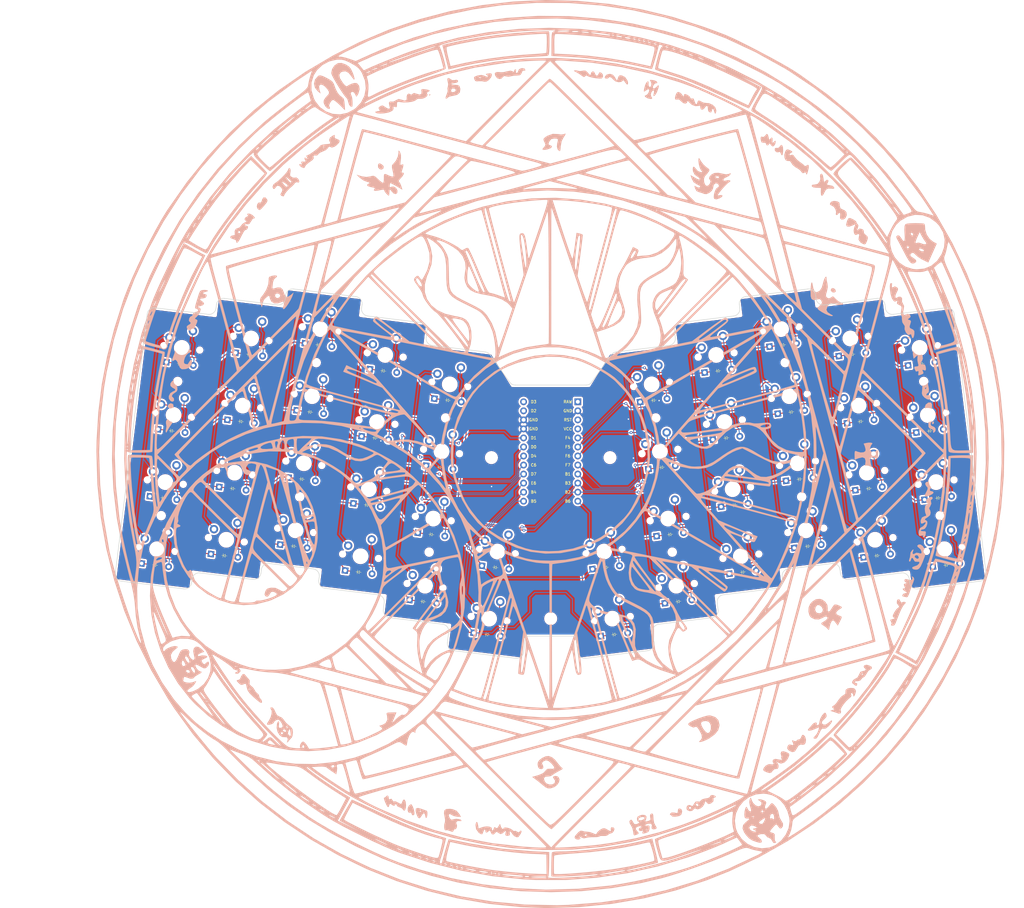
<source format=kicad_pcb>
(kicad_pcb (version 20240108) (generator "pcbnew") (generator_version "8.0")
  (title_block (title "niu") (rev "v1.0.0") (company "Unknown"))
  (layers (0 "F.Cu" signal) (31 "B.Cu" signal) (34 "B.Paste" user) (35 "F.Paste" user) (36 "B.SilkS" user "B.Silkscreen") (37 "F.SilkS" user "F.Silkscreen") (38 "B.Mask" user) (39 "F.Mask" user) (44 "Edge.Cuts" user))
  (net 0 "")
  (net 1 "pinky_bottom")
  (net 2 "D1")
  (net 3 "pinky_lower")
  (net 4 "pinky_home")
  (net 5 "pinky_top")
  (net 6 "ring_bottom")
  (net 7 "D0")
  (net 8 "ring_lower")
  (net 9 "ring_home")
  (net 10 "ring_top")
  (net 11 "middle_bottom")
  (net 12 "D4")
  (net 13 "middle_lower")
  (net 14 "middle_home")
  (net 15 "middle_top")
  (net 16 "index_bottom")
  (net 17 "C6")
  (net 18 "index_lower")
  (net 19 "index_home")
  (net 20 "index_top")
  (net 21 "inner_bottom")
  (net 22 "D7")
  (net 23 "inner_lower")
  (net 24 "inner_home")
  (net 25 "inner_top")
  (net 26 "thumb_bottom")
  (net 27 "B5")
  (net 28 "thumb_lower")
  (net 29 "mirror_pinky_bottom")
  (net 30 "F4")
  (net 31 "mirror_pinky_lower")
  (net 32 "mirror_pinky_home")
  (net 33 "mirror_pinky_top")
  (net 34 "mirror_ring_bottom")
  (net 35 "F5")
  (net 36 "mirror_ring_lower")
  (net 37 "mirror_ring_home")
  (net 38 "mirror_ring_top")
  (net 39 "mirror_middle_bottom")
  (net 40 "F6")
  (net 41 "mirror_middle_lower")
  (net 42 "mirror_middle_home")
  (net 43 "mirror_middle_top")
  (net 44 "mirror_index_bottom")
  (net 45 "F7")
  (net 46 "mirror_index_lower")
  (net 47 "mirror_index_home")
  (net 48 "mirror_index_top")
  (net 49 "mirror_inner_bottom")
  (net 50 "B1")
  (net 51 "mirror_inner_lower")
  (net 52 "mirror_inner_home")
  (net 53 "mirror_inner_top")
  (net 54 "mirror_thumb_bottom")
  (net 55 "B6")
  (net 56 "mirror_thumb_lower")
  (net 57 "RAW")
  (net 58 "GND")
  (net 59 "RST")
  (net 60 "VCC")
  (net 61 "B3")
  (net 62 "B2")
  (net 63 "D3")
  (net 64 "D2")
  (net 65 "E6")
  (net 66 "B4")
  (footprint "ComboDiode" (layer "F.Cu") (at 256.419189 179.775249 7)
    (property "Reference" "D35" (hide yes))
    (property "Value" "" (hide yes))
  )
  (footprint "ComboDiode" (layer "F.Cu") (at 233.660992 150.329287 7)
    (property "Reference" "D41" (hide yes))
    (property "Value" "" (hide yes))
  )
  (footprint "MX" (layer "F.Cu") (at 255.870777 175.308795 7)
    (property "Reference" "S35" (hide yes))
    (property "Value" "" (hide yes))
  )
  (footprint "MountingHole_2.2mm_M2" (layer "F.Cu") (at 131.883562 158.601348 -7)
    (property "Reference" "")
    (property "Value" "")
  )
  (footprint "ComboDiode" (layer "F.Cu") (at 313.603664 177.791426 7)
    (property "Reference" "D23" (hide yes))
    (property "Value" "" (hide yes))
  )
  (footprint "MX" (layer "F.Cu") (at 171.733035 145.862832 -7)
    (property "Reference" "S19" (hide yes))
    (property "Value" "" (hide yes))
  )
  (footprint "ProMicro" (layer "F.Cu") (at 202.422805 145.862828 -90)
    (property "Reference" "MCU1" (hide yes))
    (property "Value" "" (hide yes))
  )
  (footprint "ComboDiode" (layer "F.Cu") (at 267.721665 115.921872 7)
    (property "Reference" "D34" (hide yes))
    (property "Value" "" (hide yes))
  )
  (footprint "MountingHole_2.2mm_M2" (layer "F.Cu") (at 97.579158 126.179028 -7)
    (property "Reference" "")
    (property "Value" "")
  )
  (footprint "ComboDiode" (layer "F.Cu") (at 270.037181 134.780248 7)
    (property "Reference" "D33" (hide yes))
    (property "Value" "" (hide yes))
  )
  (footprint "MX" (layer "F.Cu") (at 174.048547 127.004459 -7)
    (property "Reference" "S20" (hide yes))
    (property "Value" "" (hide yes))
  )
  (footprint "MX" (layer "F.Cu") (at 133.041326 149.172168 -7)
    (property "Reference" "S10" (hide yes))
    (property "Value" "" (hide yes))
  )
  (footprint "MX" (layer "F.Cu") (at 293.587527 170.67776 7)
    (property "Reference" "S27" (hide yes))
    (property "Value" "" (hide yes))
  )
  (footprint "ComboDiode" (layer "F.Cu") (at 238.292027 188.046047 7)
    (property "Reference" "D39" (hide yes))
    (property "Value" "" (hide yes))
  )
  (footprint "ComboDiode" (layer "F.Cu") (at 289.504904 137.427458 7)
    (property "Reference" "D29" (hide yes))
    (property "Value" "" (hide yes))
  )
  (footprint "MX" (layer "F.Cu") (at 313.055257 173.32497 7)
    (property "Reference" "S23" (hide yes))
    (property "Value" "" (hide yes))
  )
  (footprint "MX" (layer "F.Cu") (at 233.112578 145.862832 7)
    (property "Reference" "S41" (hide yes))
    (property "Value" "" (hide yes))
  )
  (footprint "MX" (layer "F.Cu") (at 153.605869 137.592039 -7)
    (property "Reference" "S15" (hide yes))
    (property "Value" "" (hide yes))
  )
  (footprint "MX" (layer "F.Cu") (at 151.290356 156.450411 -7)
    (property "Reference" "S14" (hide yes))
    (property "Value" "" (hide yes))
  )
  (footprint "MX" (layer "F.Cu") (at 98.736909 116.749833 -7)
    (property "Reference" "S4" (hide yes))
    (property "Value" "" (hide yes))
  )
  (footprint "MX" (layer "F.Cu") (at 251.239742 137.592037 7)
    (property "Reference" "S37" (hide yes))
    (property "Value" "" (hide yes))
  )
  (footprint "MountingHole_3.2mm_M3" (layer "F.Cu") (at 185.757708 147.58484 -7)
    (property "Reference" "")
    (property "Value" "")
  )
  (footprint "MX" (layer "F.Cu") (at 286.640975 114.102621 7)
    (property "Reference" "S30" (hide yes))
    (property "Value" "" (hide yes))
  )
  (footprint "MX" (layer "F.Cu") (at 267.173253 111.455412 7)
    (property "Reference" "S34" (hide yes))
    (property "Value" "" (hide yes))
  )
  (footprint "MX" (layer "F.Cu") (at 137.672358 111.455414 -7)
    (property "Reference" "S12" (hide yes))
    (property "Value" "" (hide yes))
  )
  (footprint "ComboDiode" (layer "F.Cu") (at 130.177394 172.496997 -7)
    (property "Reference" "D9" (hide yes))
    (property "Value" "" (hide yes))
  )
  (footprint "ComboDiode" (layer "F.Cu") (at 117.656221 118.569084 -7)
    (property "Reference" "D8" (hide yes))
    (property "Value" "" (hide yes))
  )
  (footprint "MX" (layer "F.Cu") (at 167.101998 183.579585 -7)
    (property "Reference" "S17" (hide yes))
    (property "Value" "" (hide yes))
  )
  (footprint "ComboDiode" (layer "F.Cu") (at 155.372975 123.200123 -7)
    (property "Reference" "D16" (hide yes))
    (property "Value" "" (hide yes))
  )
  (footprint "ComboDiode" (layer "F.Cu") (at 168.869101 169.187666 -7)
    (property "Reference" "D18" (hide yes))
    (property "Value" "" (hide yes))
  )
  (footprint "MX" (layer "F.Cu") (at 115.889118 132.961002 -7)
    (property "Reference" "S7" (hide yes))
    (property "Value" "" (hide yes))
  )
  (footprint "MX" (layer "F.Cu") (at 130.725807 168.03054 -7)
    (property "Reference" "S9" (hide yes))
    (property "Value" "" (hide yes))
  )
  (footprint "MountingHole_2.2mm_M2" (layer "F.Cu") (at 92.948119 163.895778 -7)
    (property "Reference" "")
    (property "Value" "")
  )
  (footprint "ComboDiode" (layer "F.Cu") (at 217.97122 178.451004 7)
    (property "Reference" "D44" (hide yes))
    (property "Value" "" (hide yes))
  )
  (footprint "ComboDiode" (layer "F.Cu") (at 113.025188 156.28584 -7)
    (property "Reference" "D6" (hide yes))
    (property "Value" "" (hide yes))
  )
  (footprint "MountingHole_2.2mm_M2" (layer "F.Cu") (at 136.514597 120.884597 -7)
    (property "Reference" "")
    (property "Value" "")
  )
  (footprint "ComboDiode" (layer "F.Cu") (at 291.82042 156.285836 7)
    (property "Reference" "D28" (hide yes))
    (property "Value" "" (hide yes))
  )
  (footprint "MX" (layer "F.Cu") (at 230.797061 127.004461 7)
    (property "Reference" "S42" (hide yes))
    (property "Value" "" (hide yes))
  )
  (footprint "MountingHole_2.2mm_M2" (layer "F.Cu") (at 172.890791 136.433644 -7)
    (property "Reference" "")
    (property "Value" "")
  )
  (footprint "ComboDiode" (layer "F.Cu") (at 231.345473 131.470908 7)
    (property "Reference" "D42" (hide yes))
    (property "Value" "" (hide yes))
  )
  (footprint "MX" (layer "F.Cu") (at 274.119803 168.030538 7)
    (property "Reference" "S31" (hide yes))
    (property "Value" "" (hide yes))
  )
  (footprint "MX" (layer "F.Cu") (at 237.743612 183.579584 7)
    (property "Reference" "S39" (hide yes))
    (property "Value" "" (hide yes))
  )
  (footprint "MX" (layer "F.Cu") (at 111.25808 170.677759 -7)
    (property "Reference" "S5" (hide yes))
    (property "Value" "" (hide yes))
  )
  (footprint "MX" (layer "F.Cu") (at 306.1087 116.749834 7)
    (property "Reference" "S26" (hide yes))
    (property "Value" "" (hide yes))
  )
  (footprint "ComboDiode" (layer "F.Cu") (at 306.657112 121.216294 7)
    (property "Reference" "D26" (hide yes))
    (property "Value" "" (hide yes))
  )
  (footprint "MountingHole_2.2mm_M2" (layer "F.Cu") (at 168.259759 174.150399 -7)
    (property "Reference" "")
    (property "Value" "")
  )
  (footprint "ComboDiode" (layer "F.Cu") (at 93.557468 158.933046 -7)
    (property "Reference" "D2" (hide yes))
    (property "Value" "" (hide yes))
  )
  (footprint "MX" (layer "F.Cu") (at 253.55526 156.450418 7)
    (property "Reference" "S36" (hide yes))
    (property "Value" "" (hide yes))
  )
  (footprint "ComboDiode" (layer "F.Cu") (at 150.741941 160.916878 -7)
    (property "Reference" "D14" (hide yes))
    (property "Value" "" (hide yes))
  )
  (footprint "ComboDiode" (layer "F.Cu") (at 171.184619 150.329287 -7)
    (property "Reference" "D19" (hide yes))
    (property "Value" "" (hide yes))
  )
  (footprint "ComboDiode" (layer "F.Cu") (at 184.558877 197.309381 -7)
    (property "Reference" "D21" (hide yes))
    (property "Value" "" (hide yes))
  )
  (footprint "ComboDiode" (layer "F.Cu") (at 274.668216 172.496996 7)
    (property "Reference" "D31" (hide yes))
    (property "Value" "" (hide yes))
  )
  (footprint "MX" (layer "F.Cu") (at 148.974831 175.308788 -7)
    (property "Reference" "S13" (hide yes))
    (property "Value" "" (hide yes))
  )
  (footprint "MX" (layer "F.Cu") (at 187.422804 173.984545 -7)
    (property "Reference" "S22" (hide yes))
    (property "Value" "" (hide yes))
  )
  (footprint "MX" (layer "F.Cu") (at 288.956495 132.961003 7)
    (property "Reference" "S29" (hide yes))
    (property "Value" "" (hide yes))
  )
  (footprint "MX" (layer "F.Cu") (at 185.107292 192.842921 -7)
    (property "Reference" "S21" (hide yes))
    (property "Value" "" (hide yes))
  )
  (footprint "ComboDiode" (layer "F.Cu") (at 249.472636 123.200121 7)
    (property "Reference" "D38" (hide yes))
    (property "Value" "" (hide yes))
  )
  (footprint "ComboDiode" (layer "F.Cu") (at 115.340708 137.427457 -7)
    (property "Reference" "D7" (hide yes))
    (property "Value" "" (hide yes))
  )
  (footprint "MountingHole_2.2mm_M2" (layer "F.Cu") (at 311.897496 163.895781 7)
    (property "Reference" "")
    (property "Value" "")
  )
  (footprint "MX" (layer "F.Cu") (at 219.73832 192.842923 7)
    (property "Reference" "S43" (hide yes))
    (property "Value" "" (hide yes))
  )
  (footprint "MX" (layer "F.Cu") (at 308.424217 135.60821 7)
    (property "Reference" "S25" (hide yes))
    (property "Value" "" (hide yes))
  )
  (footprint "MX" (layer "F.Cu") (at 169.417513 164.721208 -7)
    (property "Reference" "S18" (hide yes))
    (property "Value" "" (hide yes))
  )
  (footprint "MountingHole_2.2mm_M2" (layer "F.Cu") (at 236.585858 174.150399 7)
    (property "Reference" "")
    (property "Value" "")
  )
  (footprint "MX" (layer "F.Cu") (at 94.105877 154.466587 -7)
    (property "Reference" "S2" (hide yes))
    (property "Value" "" (hide yes))
  )
  (footprint "MX" (layer "F.Cu") (at 96.421393 135.608211 -7)
    (property "Reference" "S3" (hide yes))
    (property "Value" "" (hide yes))
  )
  (footprint "MountingHole_2.2mm_M2" (layer "F.Cu") (at 268.331017 120.884601 7)
    (property "Reference" "")
    (property "Value" "")
  )
  (footprint "ComboDiode" (layer "F.Cu") (at 110.709669 175.144215 -7)
    (property "Reference" "D5" (hide yes))
    (property "Value" "" (hide yes))
  )
  (footprint "ComboDiode" (layer "F.Cu") (at 186.87439 178.451002 -7)
    (property "Reference" "D22" (hide yes))
    (property "Value" "" (hide yes))
  )
  (footprint "MX" (layer "F.Cu") (at 155.92139 118.733656 -7)
    (property "Reference" "S16" (hide yes))
    (property "Value" "" (hide yes))
  )
  (footprint "MX" (layer "F.Cu") (at 269.488767 130.313788 7)
    (property "Reference" "S33" (hide yes))
    (property "Value" "" (hide yes))
  )
  (footprint "ComboDiode" (layer "F.Cu") (at 95.872978 140.074673 -7)
    (property "Reference" "D3" (hide yes))
    (property "Value" "" (hide yes))
  )
  (footprint "ComboDiode" (layer "F.Cu") (at 220.286738 197.309381 7)
    (property "Reference" "D43" (hide yes))
    (property "Value" "" (hide yes))
  )
  (footprint "ComboDiode" (layer "F.Cu") (at 311.288148 158.933047 7)
    (property "Reference" "D24" (hide yes))
    (property "Value" "" (hide yes))
  )
  (footprint "MX" (layer "F.Cu") (at 217.422806 173.984545 7)
    (property "Reference" "S44" (hide yes))
    (property "Value" "" (hide yes))
  )
  (footprint "ComboDiode" (layer "F.Cu") (at 132.492912 153.638622 -7)
    (property "Reference" "D10" (hide yes))
    (property "Value" "" (hide yes))
  )
  (footprint "MountingHole_2.2mm_M2" (layer "F.Cu") (at 307.266458 126.179026 7)
    (property "Reference" "")
    (property "Value" "")
  )
  (footprint "MX" (layer "F.Cu") (at 135.356838 130.313786 -7)
    (property "Reference" "S11" (hide yes))
    (property "Value" "" (hide yes))
  )
  (footprint "ComboDiode" (layer "F.Cu") (at 287.189387 118.569083 7)
    (property "Reference" "D30" (hide yes))
    (property "Value" "" (hide yes))
  )
  (footprint "MX" (layer "F.Cu") (at 248.924226 118.733661 7)
    (property "Reference" "S38" (hide yes))
    (property "Value" "" (hide yes))
  )
  (footprint "ComboDiode" (layer "F.Cu") (at 98.188499 121.216295 -7)
    (property "Reference" "D4" (hide yes))
    (property "Value" "" (hide yes))
  )
  (footprint "ComboDiode" (layer "F.Cu") (at 254.10367 160.916877 7)
    (property "Reference" "D36" (hide yes))
    (property "Value" "" (hide yes))
  )
  (footprint "MX" (layer "F.Cu") (at 235.428099 164.721206 7)
    (property "Reference" "S40" (hide yes))
    (property "Value" "" (hide yes))
  )
  (footprint "MX" (layer "F.Cu") (at 310.739736 154.466587 7)
    (property "Reference" "S24" (hide yes))
    (property "Value" "" (hide yes))
  )
  (footprint "MX" (layer "F.Cu") (at 271.80429 149.172166 7)
    (property "Reference" "S32" (hide yes))
    (property "Value" "" (hide yes))
  )
  (footprint "MX" (layer "F.Cu") (at 91.790361 173.324965 -7)
    (property "Reference" "S1" (hide yes))
    (property "Value" "" (hide yes))
  )
  (footprint "ComboDiode" (layer "F.Cu") (at 148.426426 179.775251 -7)
    (property "Reference" "D13" (hide yes))
    (property "Value" "" (hide yes))
  )
  (footprint "ComboDiode" (layer "F.Cu") (at 173.500137 131.470909 -7)
    (property "Reference" "D20" (hide yes))
    (property "Value" "" (hide yes))
  )
  (footprint "MX" (layer "F.Cu") (at 291.272012 151.819383 7)
    (property "Reference" "S28" (hide yes))
    (property "Value" "" (hide yes))
  )
  (footprint "ComboDiode" (layer "F.Cu") (at 91.241946 177.791425 -7)
    (property "Reference" "D1" (hide yes))
    (property "Value" "" (hide yes))
  )
  (footprint "ComboDiode" (layer "F.Cu") (at 308.97263 140.074672 7)
    (property "Reference" "D25" (hide yes))
    (property "Value" "" (hide yes))
  )
  (footprint "ComboDiode" (layer "F.Cu") (at 153.057461 142.058497 -7)
    (property "Reference" "D15" (hide yes))
    (property "Value" "" (hide yes))
  )
  (footprint "MountingHole_3.2mm_M3" (layer "F.Cu") (at 202.422809 192.842929)
    (property "Reference" "")
    (property "Value" "")
  )
  (footprint "ComboDiode" (layer "F.Cu") (at 294.13594 175.144214 7)
    (property "Reference" "D27" (hide yes))
    (property "Value" "" (hide yes))
  )
  (footprint "MX" (layer "F.Cu") (at 113.573601 151.819377 -7)
    (property "Reference" "S6" (hide yes))
    (property "Value" "" (hide yes))
  )
  (footprint "ComboDiode" (layer "F.Cu") (at 137.123949 115.921873 -7)
    (property "Reference" "D12" (hide yes))
    (property "Value" "" (hide yes))
  )
  (footprint "ComboDiode" (layer "F.Cu") (at 272.3527 153.63862 7)
    (property "Reference" "D32" (hide yes))
    (property "Value" "" (hide yes))
  )
  (footprint "ComboDiode" (layer "F.Cu") (at 235.976505 169.187663 7)
    (property "Reference" "D40" (hide yes))
    (property "Value" "" (hide yes))
  )
  (footprint "ComboDiode" (layer "F.Cu") (at 251.788154 142.058497 7)
    (property "Reference" "D37" (hide yes))
    (property "Value" "" (hide yes))
  )
  (footprint "MountingHole_2.2mm_M2" (layer "F.Cu") (at 231.95482 136.433644 7)
    (property "Reference" "")
    (property "Value" "")
  )
  (footprint "MountingHole_3.2mm_M3" (layer "F.Cu") (at 219.087904 147.584841 7)
    (property "Reference" "")
    (property "Value" "")
  )
  (footprint "ComboDiode" (layer "F.Cu") (at 134.808428 134.780245 -7)
    (property "Reference" "D11" (hide yes))
    (property "Value" "" (hide yes))
  )
  (footprint "ComboDiode" (layer "F.Cu") (at 166.553578 188.046041 -7)
    (property "Reference" "D17" (hide yes))
    (property "Value" "" (hide yes))
  )
  (footprint "MX" (layer "F.Cu") (at 118.204632 114.102626 -7)
    (property "Reference" "S8" (hide yes))
    (property "Value" "" (hide yes))
  )
  (footprint "MountingHole_2.2mm_M2" (layer "F.Cu") (at 272.962051 158.601356 7)
    (property "Reference" "")
    (property "Value" "")
  )
  (footprint "LOGO" (layer "B.Cu") (at 202.33436 146.574193 -26)
    (property "Reference" "G***" (hide yes))
    (property "Value" "LOGO" (hide yes))
  )
  (gr_line (start 123.329147 177.336266) (end 135.636719 178.847446) (stroke (width 0.15)) (layer "Edge.Cuts"))
  (gr_arc (start 313.600233 105.49076) (mid 315.075331 105.899809) (end 315.829065 107.232114) (stroke (width 0.15)) (layer "Edge.Cuts"))
  (gr_arc (start 172.01291 194.396488) (mid 173.345193 195.150258) (end 173.754264 196.62532) (stroke (width 0.15)) (layer "Edge.Cuts"))
  (gr_line (start 157.124718 192.568449) (end 172.01291 194.396489) (stroke (width 0.15)) (layer "Edge.Cuts"))
  (gr_line (start 209.466758 197.743) (end 195.379242 197.743) (stroke (width 0.15)) (layer "Edge.Cuts"))
  (gr_arc (start 138.997557 184.297655) (mid 137.665274 183.543885) (end 137.256203 182.068823) (stroke (width 0.15)) (layer "Edge.Cuts"))
  (gr_arc (start 157.124718 192.568448) (mid 155.792435 191.814679) (end 155.383364 190.339618) (stroke (width 0.15)) (layer "Edge.Cuts"))
  (gr_line (start 137.378073 181.076277) (end 137.256203 182.068823) (stroke (width 0.15)) (layer "Edge.Cuts"))
  (gr_line (start 147.650026 102.341234) (end 130.181214 100.196334) (stroke (width 0.15)) (layer "Edge.Cuts"))
  (gr_arc (start 324.774274 180.085001) (mid 324.365218 181.560076) (end 323.032921 182.313832) (stroke (width 0.15)) (layer "Edge.Cuts"))
  (gr_line (start 175.130009 201.831789) (end 192.598822 203.97669) (stroke (width 0.15)) (layer "Edge.Cuts"))
  (gr_arc (start 279.244318 104.671587) (mid 277.769276 104.2625) (end 277.015487 102.930234) (stroke (width 0.15)) (layer "Edge.Cuts"))
  (gr_line (start 255.454621 104.570065) (end 255.57649 105.562612) (stroke (width 0.15)) (layer "Edge.Cuts"))
  (gr_line (start 213.74155 126.659408) (end 219.4875 118.644046) (stroke (width 0.15)) (layer "Edge.Cuts"))
  (gr_line (start 286.096385 181.81152) (end 300.984577 179.98348) (stroke (width 0.15)) (layer "Edge.Cuts"))
  (gr_arc (start 212.247178 203.97669) (mid 210.772097 203.56763) (end 210.018348 202.235336) (stroke (width 0.15)) (layer "Edge.Cuts"))
  (gr_line (start 103.861423 179.98348) (end 118.749615 181.81152) (stroke (width 0.15)) (layer "Edge.Cuts"))
  (gr_arc (start 249.462637 190.339617) (mid 249.053577 191.8147) (end 247.721283 192.568449) (stroke (width 0.15)) (layer "Edge.Cuts"))
  (gr_arc (start 267.467927 181.076278) (mid 267.877015 179.60124) (end 269.209281 178.847446) (stroke (width 0.15)) (layer "Edge.Cuts"))
  (gr_line (start 106.133959 107.318801) (end 91.245767 105.49076) (stroke (width 0.15)) (layer "Edge.Cuts"))
  (gr_arc (start 184.026218 117.890277) (mid 184.767326 118.134658) (end 185.358501 118.644046) (stroke (width 0.15)) (layer "Edge.Cuts"))
  (gr_arc (start 249.218898 188.354526) (mid 249.627963 186.879451) (end 250.960251 186.125695) (stroke (width 0.15)) (layer "Edge.Cuts"))
  (gr_line (start 305.564109 184.458733) (end 323.032921 182.313833) (stroke (width 0.15)) (layer "Edge.Cuts"))
  (gr_line (start 185.358501 118.644046) (end 191.10445 126.659408) (stroke (width 0.15)) (layer "Edge.Cuts"))
  (gr_line (start 194.827652 202.235336) (end 195.379242 197.743) (stroke (width 0.15)) (layer "Edge.Cuts"))
  (gr_arc (start 108.48466 104.584901) (mid 109.238429 103.252618) (end 110.71349 102.843547) (stroke (width 0.15)) (layer "Edge.Cuts"))
  (gr_arc (start 81.81308 182.313832) (mid 80.480797 181.560063) (end 80.071726 180.085002) (stroke (width 0.15)) (layer "Edge.Cuts"))
  (gr_line (start 120.978446 180.070166) (end 121.100316 179.07762) (stroke (width 0.15)) (layer "Edge.Cuts"))
  (gr_arc (start 108.362791 105.577447) (mid 107.609021 106.90973) (end 106.133959 107.318801) (stroke (width 0.15)) (layer "Edge.Cuts"))
  (gr_arc (start 127.830513 102.930233) (mid 127.076744 104.262516) (end 125.601683 104.671587) (stroke (width 0.15)) (layer "Edge.Cuts"))
  (gr_line (start 81.81308 182.313833) (end 99.281892 184.458733) (stroke (width 0.15)) (layer "Edge.Cuts"))
  (gr_arc (start 101.510722 182.717379) (mid 100.756953 184.049662) (end 99.281892 184.458733) (stroke (width 0.15)) (layer "Edge.Cuts"))
  (gr_arc (start 101.632592 181.724833) (mid 102.386361 180.39255) (end 103.861423 179.98348) (stroke (width 0.15)) (layer "Edge.Cuts"))
  (gr_arc (start 237.205591 111.848314) (mid 237.614661 110.373244) (end 238.946944 109.619483) (stroke (width 0.15)) (layer "Edge.Cuts"))
  (gr_arc (start 274.664787 100.196334) (mid 276.139831 100.605411) (end 276.893617 101.937688) (stroke (width 0.15)) (layer "Edge.Cuts"))
  (gr_arc (start 175.130009 201.831789) (mid 173.797726 201.07802) (end 173.388656 199.602958) (stroke (width 0.15)) (layer "Edge.Cuts"))
  (gr_line (start 127.952383 101.937688) (end 127.830514 102.930234) (stroke (width 0.15)) (layer "Edge.Cuts"))
  (gr_line (start 212.247179 203.97669) (end 229.715991 201.831789) (stroke (width 0.15)) (layer "Edge.Cuts"))
  (gr_arc (start 151.010865 107.791443) (mid 149.678581 107.037674) (end 149.26951 105.562612) (stroke (width 0.15)) (layer "Edge.Cuts"))
  (gr_line (start 184.026217 117.890277) (end 169.138025 116.062237) (stroke (width 0.15)) (layer "Edge.Cuts"))
  (gr_line (start 315.829065 107.232114) (end 324.774274 180.085002) (stroke (width 0.15)) (layer "Edge.Cuts"))
  (gr_arc (start 294.132511 102.843547) (mid 295.607563 103.25263) (end 296.361341 104.584901) (stroke (width 0.15)) (layer "Edge.Cuts"))
  (gr_arc (start 213.74155 126.659407) (mid 213.112275 127.054359) (end 212.382256 127.192329) (stroke (width 0.15)) (layer "Edge.Cuts"))
  (gr_line (start 138.997557 184.297654) (end 153.885749 186.125694) (stroke (width 0.15)) (layer "Edge.Cuts"))
  (gr_line (start 209.466758 197.743) (end 210.018348 202.235336) (stroke (width 0.15)) (layer "Edge.Cuts"))
  (gr_line (start 167.396671 113.833406) (end 167.64041 111.848314) (stroke (width 0.15)) (layer "Edge.Cuts"))
  (gr_arc (start 135.636718 178.847446) (mid 136.969002 179.601215) (end 137.378073 181.076277) (stroke (width 0.15)) (layer "Edge.Cuts"))
  (gr_arc (start 255.57649 105.562612) (mid 255.16743 107.037685) (end 253.835136 107.791442) (stroke (width 0.15)) (layer "Edge.Cuts"))
  (gr_line (start 232.83309 194.396489) (end 247.721283 192.568449) (stroke (width 0.15)) (layer "Edge.Cuts"))
  (gr_line (start 237.20559 111.848314) (end 237.449329 113.833406) (stroke (width 0.15)) (layer "Edge.Cuts"))
  (gr_line (start 267.589797 182.068823) (end 267.467928 181.076277) (stroke (width 0.15)) (layer "Edge.Cuts"))
  (gr_line (start 165.899056 109.619483) (end 151.010864 107.791443) (stroke (width 0.15)) (layer "Edge.Cuts"))
  (gr_line (start 155.627103 188.354525) (end 155.383364 190.339618) (stroke (width 0.15)) (layer "Edge.Cuts"))
  (gr_line (start 231.457345 199.602958) (end 231.091737 196.62532) (stroke (width 0.15)) (layer "Edge.Cuts"))
  (gr_line (start 235.707975 116.062237) (end 220.819783 117.890277) (stroke (width 0.15)) (layer "Edge.Cuts"))
  (gr_arc (start 305.564108 184.458733) (mid 304.089087 184.049639) (end 303.335278 182.717379) (stroke (width 0.15)) (layer "Edge.Cuts"))
  (gr_arc (start 231.457344 199.602958) (mid 231.048266 201.078016) (end 229.715991 201.831789) (stroke (width 0.15)) (layer "Edge.Cuts"))
  (gr_arc (start 169.138025 116.062238) (mid 167.805742 115.308468) (end 167.396671 113.833406) (stroke (width 0.15)) (layer "Edge.Cuts"))
  (gr_arc (start 237.449329 113.833407) (mid 237.040259 115.308469) (end 235.707975 116.062237) (stroke (width 0.15)) (layer "Edge.Cuts"))
  (gr_arc (start 120.978446 180.070167) (mid 120.224677 181.40245) (end 118.749615 181.81152) (stroke (width 0.15)) (layer "Edge.Cuts"))
  (gr_arc (start 121.100315 179.07762) (mid 121.854085 177.745337) (end 123.329147 177.336266) (stroke (width 0.15)) (layer "Edge.Cuts"))
  (gr_line (start 173.754264 196.62532) (end 173.388656 199.602958) (stroke (width 0.15)) (layer "Edge.Cuts"))
  (gr_arc (start 165.899057 109.619483) (mid 167.23134 110.373252) (end 167.64041 111.848314) (stroke (width 0.15)) (layer "Edge.Cuts"))
  (gr_arc (start 255.45462 104.570066) (mid 255.863691 103.095002) (end 257.195974 102.341234) (stroke (width 0.15)) (layer "Edge.Cuts"))
  (gr_arc (start 147.650026 102.341235) (mid 148.982309 103.095004) (end 149.39138 104.570065) (stroke (width 0.15)) (layer "Edge.Cuts"))
  (gr_arc (start 127.952383 101.937687) (mid 128.706152 100.605404) (end 130.181214 100.196334) (stroke (width 0.15)) (layer "Edge.Cuts"))
  (gr_line (start 296.48321 105.577447) (end 296.361341 104.584901) (stroke (width 0.15)) (layer "Edge.Cuts"))
  (gr_arc (start 286.096384 181.81152) (mid 284.621318 181.402459) (end 283.867554 180.070166) (stroke (width 0.15)) (layer "Edge.Cuts"))
  (gr_line (start 303.213408 181.724833) (end 303.335278 182.717379) (stroke (width 0.15)) (layer "Edge.Cuts"))
  (gr_line (start 108.484659 104.584901) (end 108.36279 105.577447) (stroke (width 0.15)) (layer "Edge.Cuts"))
  (gr_arc (start 219.4875 118.644046) (mid 220.078676 118.13466) (end 220.819783 117.890277) (stroke (width 0.15)) (layer "Edge.Cuts"))
  (gr_arc (start 281.516853 177.336266) (mid 282.991937 177.745324) (end 283.745685 179.07762) (stroke (width 0.15)) (layer "Edge.Cuts"))
  (gr_line (start 192.463745 127.192329) (end 212.382256 127.192329) (stroke (width 0.15)) (layer "Edge.Cuts"))
  (gr_arc (start 298.712042 107.318801) (mid 297.236981 106.909725) (end 296.48321 105.577447) (stroke (width 0.15)) (layer "Edge.Cuts"))
  (gr_arc (start 194.827652 202.235336) (mid 194.073883 203.567619) (end 192.598822 203.97669) (stroke (width 0.15)) (layer "Edge.Cuts"))
  (gr_line (start 80.071726 180.085002) (end 89.016936 107.232114) (stroke (width 0.15)) (layer "Edge.Cuts"))
  (gr_line (start 294.13251 102.843547) (end 279.244318 104.671587) (stroke (width 0.15)) (layer "Edge.Cuts"))
  (gr_line (start 125.601683 104.671587) (end 110.71349 102.843547) (stroke (width 0.15)) (layer "Edge.Cuts"))
  (gr_line (start 101.510723 182.717379) (end 101.632592 181.724833) (stroke (width 0.15)) (layer "Edge.Cuts"))
  (gr_line (start 283.745685 179.07762) (end 283.867554 180.070166) (stroke (width 0.15)) (layer "Edge.Cuts"))
  (gr_line (start 149.26951 105.562612) (end 149.39138 104.570065) (stroke (width 0.15)) (layer "Edge.Cuts"))
  (gr_line (start 249.462636 190.339618) (end 249.218898 188.354525) (stroke (width 0.15)) (layer "Edge.Cuts"))
  (gr_line (start 253.835136 107.791443) (end 238.946944 109.619483) (stroke (width 0.15)) (layer "Edge.Cuts"))
  (gr_arc (start 192.463745 127.19233) (mid 191.733722 127.054351) (end 191.10445 126.659408) (stroke (width 0.15)) (layer "Edge.Cuts"))
  (gr_line (start 250.960251 186.125694) (end 265.848443 184.297654) (stroke (width 0.15)) (layer "Edge.Cuts"))
  (gr_arc (start 89.016935 107.232114) (mid 89.770705 105.899831) (end 91.245767 105.49076) (stroke (width 0.15)) (layer "Edge.Cuts"))
  (gr_line (start 277.015487 102.930234) (end 276.893617 101.937688) (stroke (width 0.15)) (layer "Edge.Cuts"))
  (gr_line (start 274.664786 100.196334) (end 257.195974 102.341234) (stroke (width 0.15)) (layer "Edge.Cuts"))
  (gr_arc (start 267.589797 182.068824) (mid 267.180732 183.543891) (end 265.848443 184.297654) (stroke (width 0.15)) (layer "Edge.Cuts"))
  (gr_line (start 313.600234 105.49076) (end 298.712041 107.318801) (stroke (width 0.15)) (layer "Edge.Cuts"))
  (gr_line (start 269.209281 178.847446) (end 281.516854 177.336266) (stroke (width 0.15)) (layer "Edge.Cuts"))
  (gr_arc (start 231.091737 196.62532) (mid 231.500806 195.150259) (end 232.83309 194.396489) (stroke (width 0.15)) (layer "Edge.Cuts"))
  (gr_arc (start 300.984577 179.98348) (mid 302.459641 180.392549) (end 303.213408 181.724833) (stroke (width 0.15)) (layer "Edge.Cuts"))
  (gr_arc (start 153.885749 186.125695) (mid 155.218032 186.879464) (end 155.627103 188.354525) (stroke (width 0.15)) (layer "Edge.Cuts"))
  (segment (start 94.643967 170.926168) (end 95.302292 171.768787) (width 0.25) (layer "B.Cu") (net 1))
  (segment (start 94.930522 168.592387) (end 94.643967 170.926168) (width 0.25) (layer "B.Cu") (net 1))
  (segment (start 95.270782 176.24218) (end 95.023549 178.255747) (width 0.25) (layer "B.Cu") (net 1))
  (segment (start 95.302292 171.768787) (end 94.823349 175.669491) (width 0.25) (layer "B.Cu") (net 1))
  (segment (start 94.823349 175.669491) (end 95.270782 176.24218) (width 0.25) (layer "B.Cu") (net 1))
  (segment (start 123.951763 130.774713) (end 116.467963 129.855814) (width 0.25) (layer "F.Cu") (net 2))
  (segment (start 166.611407 136.586939) (end 155.435336 135.214691) (width 0.25) (layer "F.Cu") (net 2))
  (segment (start 136.268453 127.370366) (end 135.005973 125.754465) (width 0.25) (layer "F.Cu") (net 2))
  (segment (start 116.467963 129.855814) (end 114.195494 126.947193) (width 0.25) (layer "F.Cu") (net 2))
  (segment (start 94.928006 132.865777) (end 92.949339 132.622828) (width 0.25) (layer "F.Cu") (net 2))
  (segment (start 111.91264 126.666893) (end 103.342787 133.362398) (width 0.25) (layer "F.Cu") (net 2))
  (segment (start 171.566977 142.92978) (end 166.611407 136.586939) (width 0.25) (layer "F.Cu") (net 2))
  (segment (start 135.005973 125.754465) (end 131.006016 125.263328) (width 0.25) (layer "F.Cu") (net 2))
  (segment (start 95.521525 132.402073) (end 94.928006 132.865777) (width 0.25) (layer "F.Cu") (net 2))
  (segment (start 131.006016 125.263328) (end 123.951763 130.774713) (width 0.25) (layer "F.Cu") (net 2))
  (segment (start 155.435336 135.214691) (end 150.690151 129.141127) (width 0.25) (layer "F.Cu") (net 2))
  (segment (start 176.513294 143.537114) (end 171.566977 142.92978) (width 0.25) (layer "F.Cu") (net 2))
  (segment (start 150.690151 129.141127) (end 136.268453 127.370366) (width 0.25) (layer "F.Cu") (net 2))
  (segment (start 103.342787 133.362398) (end 95.521525 132.402073) (width 0.25) (layer "F.Cu") (net 2))
  (segment (start 114.195494 126.947193) (end 111.91264 126.666893) (width 0.25) (layer "F.Cu") (net 2))
  (via (at 176.513294 143.537114) (size 0.8) (drill 0.4) (layers "F.Cu" "B.Cu") (net 2))
  (segment (start 93.615545 113.561939) (end 91.974911 114.843744) (width 0.25) (layer "B.Cu") (net 2))
  (segment (start 189.38906 140.332587) (end 191.1093 142.052826) (width 0.25) (layer "B.Cu") (net 2))
  (segment (start 95.264858 113.764447) (end 93.615545 113.561939) (width 0.25) (layer "B.Cu") (net 2))
  (segment (start 87.905213 147.98874) (end 85.589699 166.847122) (width 0.25) (layer "B.Cu") (net 2))
  (segment (start 90.220732 129.130369) (end 87.905213 147.98874) (width 0.25) (layer "B.Cu") (net 2))
  (segment (start 91.974911 114.843744) (end 90.220732 129.130369) (width 0.25) (layer "B.Cu") (net 2))
  (segment (start 179.717822 140.332584) (end 189.38906 140.332587) (width 0.25) (layer "B.Cu") (net 2))
  (segment (start 176.513294 143.537114) (end 179.717822 140.332584) (width 0.25) (layer "B.Cu") (net 2))
  (segment (start 90.220732 129.130369) (end 92.949339 132.622828) (width 0.25) (layer "B.Cu") (net 2))
  (segment (start 85.589699 166.847122) (end 88.318305 170.339582) (width 0.25) (layer "B.Cu") (net 2))
  (segment (start 87.905213 147.98874) (end 90.633829 151.4812) (width 0.25) (layer "B.Cu") (net 2))
  (segment (start 191.1093 142.052826) (end 194.802802 142.052825) (width 0.25) (layer "B.Cu") (net 2))
  (segment (start 96.897336 152.573988) (end 97.520832 153.372028) (width 0.25) (layer "B.Cu") (net 3))
  (segment (start 97.572895 157.492985) (end 97.339067 159.39737) (width 0.25) (layer "B.Cu") (net 3))
  (segment (start 97.246042 149.734008) (end 96.897336 152.573988) (width 0.25) (layer "B.Cu") (net 3))
  (segment (start 97.090634 156.875717) (end 97.572895 157.492985) (width 0.25) (layer "B.Cu") (net 3))
  (segment (start 97.520832 153.372028) (end 97.090634 156.875717) (width 0.25) (layer "B.Cu") (net 3))
  (segment (start 99.561556 130.875633) (end 99.218946 133.665987) (width 0.25) (layer "B.Cu") (net 4))
  (segment (start 99.904253 138.505583) (end 99.654581 140.538993) (width 0.25) (layer "B.Cu") (net 4))
  (segment (start 99.650898 134.218858) (end 99.230445 137.643135) (width 0.25) (layer "B.Cu") (net 4))
  (segment (start 99.218946 133.665987) (end 99.650898 134.218858) (width 0.25) (layer "B.Cu") (net 4))
  (segment (start 99.230445 137.643135) (end 99.904253 138.505583) (width 0.25) (layer "B.Cu") (net 4))
  (segment (start 101.877073 112.017253) (end 101.52837 114.857237) (width 0.25) (layer "B.Cu") (net 5))
  (segment (start 101.52837 114.857237) (end 102.056089 115.532689) (width 0.25) (layer "B.Cu") (net 5))
  (segment (start 101.622232 119.066152) (end 102.200271 119.806013) (width 0.25) (layer "B.Cu") (net 5))
  (segment (start 102.056089 115.532689) (end 101.622232 119.066152) (width 0.25) (layer "B.Cu") (net 5))
  (segment (start 102.200271 119.806013) (end 101.970101 121.680621) (width 0.25) (layer "B.Cu") (net 5))
  (segment (start 114.398241 165.945166) (end 114.055637 168.73553) (width 0.25) (layer "B.Cu") (net 6))
  (segment (start 114.788471 173.188025) (end 114.491274 175.608534) (width 0.25) (layer "B.Cu") (net 6))
  (segment (start 114.679129 169.533565) (end 114.306211 172.570759) (width 0.25) (layer "B.Cu") (net 6))
  (segment (start 114.306211 172.570759) (end 114.788471 173.188025) (width 0.25) (layer "B.Cu") (net 6))
  (segment (start 114.055637 168.73553) (end 114.679129 169.533565) (width 0.25) (layer "B.Cu") (net 6))
  (segment (start 116.645598 140.5782) (end 130.114449 142.231967) (width 0.25) (layer "F.Cu") (net 7))
  (segment (start 110.101544 148.833988) (end 110.717351 148.352872) (width 0.25) (layer "F.Cu") (net 7))
  (segment (start 133.221121 142.613418) (end 134.446976 141.655672) (width 0.25) (layer "F.Cu") (net 7))
  (segment (start 161.130196 141.456051) (end 165.80482 147.439297) (width 0.25) (layer "F.Cu") (net 7))
  (segment (start 134.736723 141.429296) (end 141.734174 142.288477) (width 0.25) (layer "F.Cu") (net 7))
  (segment (start 141.734174 142.288477) (end 145.406596 142.739394) (width 0.25) (layer "F.Cu") (net 7))
  (segment (start 110.528415 145.357468) (end 112.689425 143.669102) (width 0.25) (layer "F.Cu") (net 7))
  (segment (start 160.713328 141.404867) (end 161.130196 141.456051) (width 0.25) (layer "F.Cu") (net 7))
  (segment (start 130.114449 142.231967) (end 133.221121 142.613418) (width 0.25) (layer "F.Cu") (net 7))
  (segment (start 112.689425 143.669102) (end 116.645598 140.5782) (width 0.25) (layer "F.Cu") (net 7))
  (segment (start 145.406596 142.739394) (end 160.284864 144.566215) (width 0.25) (layer "F.Cu") (net 7))
  (segment (start 134.446976 141.655672) (end 134.736723 141.429296) (width 0.25) (layer "F.Cu") (net 7))
  (segment (start 160.284864 144.566215) (end 160.29357 144.577358) (width 0.25) (layer "F.Cu") (net 7))
  (segment (start 110.101552 148.833986) (end 110.528415 145.357468) (width 0.25) (layer "F.Cu") (net 7))
  (via (at 160.29357 144.577358) (size 0.8) (drill 0.4) (layers "F.Cu" "B.Cu") (net 7))
  (via (at 160.713328 141.404867) (size 0.8) (drill 0.4) (layers "F.Cu" "B.Cu") (net 7))
  (via (at 165.80482 147.439297) (size 0.8) (drill 0.4) (layers "F.Cu" "B.Cu") (net 7))
  (segment (start 113.118229 110.919018) (end 111.382618 112.275032) (width 0.25) (layer "B.Cu") (net 7))
  (segment (start 160.29357 144.577358) (end 160.679896 141.430988) (width 0.25) (layer "B.Cu") (net 7))
  (segment (start 174.760584 153.963533) (end 168.236351 147.439298) (width 0.25) (layer "B.Cu") (net 7))
  (segment (start 109.644921 126.427432) (end 112.417066 129.975616) (width 0.25) (layer "B.Cu") (net 7))
  (segment (start 160.679896 141.430988) (end 160.713328 141.404867) (width 0.25) (layer "B.Cu") (net 7))
  (segment (start 107.351747 145.314399) (end 105.036223 164.172776) (width 0.25) (layer "B.Cu") (net 7))
  (segment (start 111.382618 112.275032) (end 109.644921 126.427432) (width 0.25) (layer "B.Cu") (net 7))
  (segment (start 109.644921 126.427432) (end 107.329406 145.285807) (width 0.25) (layer "B.Cu") (net 7))
  (segment (start 168.236351 147.439298) (end 165.80482 147.439297) (width 0.25) (layer "B.Cu") (net 7))
  (segment (start 107.329406 145.285807) (end 110.101544 148.833988) (width 0.25) (layer "B.Cu") (net 7))
  (segment (start 192.627806 146.767826) (end 192.627804 152.478636) (width 0.25) (layer "B.Cu") (net 7))
  (segment (start 114.732581 111.117238) (end 113.118229 110.919018) (width 0.25) (layer "B.Cu") (net 7))
  (segment (start 192.627804 152.478636) (end 191.14291 153.963532) (width 0.25) (layer "B.Cu") (net 7))
  (segment (start 191.14291 153.963532) (end 174.760584 153.963533) (width 0.25) (layer "B.Cu") (net 7))
  (segment (start 194.802803 144.592828) (end 192.627806 146.767826) (width 0.25) (layer "B.Cu") (net 7))
  (segment (start 105.036223 164.172776) (end 107.786027 167.692368) (width 0.25) (layer "B.Cu") (net 7))
  (segment (start 107.329406 145.285807) (end 107.351747 145.314399) (width 0.25) (layer "B.Cu") (net 7))
  (segment (start 117.103993 154.32965) (end 116.806789 156.750157) (width 0.25) (layer "B.Cu") (net 8))
  (segment (start 116.713762 147.086791) (end 116.332154 150.194762) (width 0.25) (layer "B.Cu") (net 8))
  (segment (start 116.586902 153.667808) (end 117.103993 154.32965) (width 0.25) (layer "B.Cu") (net 8))
  (segment (start 116.920826 150.948225) (end 116.586902 153.667808) (width 0.25) (layer "B.Cu") (net 8))
  (segment (start 116.332154 150.194762) (end 116.920826 150.948225) (width 0.25) (layer "B.Cu") (net 8))
  (segment (start 119.363447 135.927849) (end 119.122304 137.891782) (width 0.25) (layer "B.Cu") (net 9))
  (segment (start 119.029276 128.228413) (end 118.684232 131.03863) (width 0.25) (layer "B.Cu") (net 9))
  (segment (start 119.307734 131.836663) (end 118.881187 135.310579) (width 0.25) (layer "B.Cu") (net 9))
  (segment (start 118.684232 131.03863) (end 119.307734 131.836663) (width 0.25) (layer "B.Cu") (net 9))
  (segment (start 118.881187 135.310579) (end 119.363447 135.927849) (width 0.25) (layer "B.Cu") (net 9))
  (segment (start 121.046602 116.443847) (end 121.659463 117.228275) (width 0.25) (layer "B.Cu") (net 10))
  (segment (start 121.659463 117.228275) (end 121.437822 119.033404) (width 0.25) (layer "B.Cu") (net 10))
  (segment (start 121.344799 109.370043) (end 121.02656 111.961893) (width 0.25) (layer "B.Cu") (net 10))
  (segment (start 121.02656 111.961893) (end 121.519454 112.592765) (width 0.25) (layer "B.Cu") (net 10))
  (segment (start 121.519454 112.592765) (end 121.046602 116.443847) (width 0.25) (layer "B.Cu") (net 10))
  (segment (start 134.020613 167.011903) (end 133.591637 170.505667) (width 0.25) (layer "B.Cu") (net 11))
  (segment (start 133.492888 166.336449) (end 134.020613 167.011903) (width 0.25) (layer "B.Cu") (net 11))
  (segment (start 133.591637 170.505667) (end 134.16967 171.245524) (width 0.25) (layer "B.Cu") (net 11))
  (segment (start 133.865972 163.297955) (end 133.492888 166.336449) (width 0.25) (layer "B.Cu") (net 11))
  (segment (start 134.16967 171.245524) (end 133.958996 172.961325) (width 0.25) (layer "B.Cu") (net 11))
  (segment (start 129.569269 146.186775) (end 130.341092 145.583763) (width 0.25) (layer "F.Cu") (net 12))
  (segment (start 164.686691 149.80087) (end 166.053649 151.550501) (width 0.25) (layer "F.Cu") (net 12))
  (segment (start 131.664679 145.746279) (end 164.686691 149.80087) (width 0.25) (layer "F.Cu") (net 12))
  (segment (start 166.053649 151.550501) (end 171.120586 152.172645) (width 0.25) (layer "F.Cu") (net 12))
  (segment (start 130.341092 145.583763) (end 131.664679 145.746279) (width 0.25) (layer "F.Cu") (net 12))
  (via (at 171.120586 152.172645) (size 0.8) (drill 0.4) (layers "F.Cu" "B.Cu") (net 12))
  (segment (start 124.559973 161.597273) (end 127.253756 165.045148) (width 0.25) (layer "B.Cu") (net 12))
  (segment (start 193.077804 148.857826) (end 193.077805 152.665034) (width 0.25) (layer "B.Cu") (net 12))
  (segment (start 126.875489 142.738895) (end 124.559973 161.597273) (width 0.25) (layer "B.Cu") (net 12))
  (segment (start 173.361476 154.413535) (end 171.120586 152.172645) (width 0.25) (layer "B.Cu") (net 12))
  (segment (start 193.077805 152.665034) (end 191.329303 154.413533) (width 0.25) (layer "B.Cu") (net 12))
  (segment (start 132.188939 108.223058) (end 130.999391 109.152431) (width 0.25) (layer "B.Cu") (net 12))
  (segment (start 134.200309 108.470028) (end 132.188939 108.223058) (width 0.25) (layer "B.Cu") (net 12))
  (segment (start 126.875489 142.738895) (end 129.569269 146.186775) (width 0.25) (layer "B.Cu") (net 12))
  (segment (start 129.191011 123.880515) (end 126.875489 142.738895) (width 0.25) (layer "B.Cu") (net 12))
  (segment (start 129.191011 123.880515) (end 131.884792 127.328397) (width 0.25) (layer "B.Cu") (net 12))
  (segment (start 194.802803 147.132828) (end 193.077804 148.857826) (width 0.25) (layer "B.Cu") (net 12))
  (segment (start 191.329303 154.413533) (end 173.361476 154.413535) (width 0.25) (layer "B.Cu") (net 12))
  (segment (start 130.999391 109.152431) (end 129.191011 123.880515) (width 0.25) (layer "B.Cu") (net 12))
  (segment (start 135.814499 147.428446) (end 136.298687 148.048176) (width 0.25) (layer "B.Cu") (net 13))
  (segment (start 135.926987 151.075445) (end 136.54856 151.871021) (width 0.25) (layer "B.Cu") (net 13))
  (segment (start 136.54856 151.871021) (end 136.274513 154.102948) (width 0.25) (layer "B.Cu") (net 13))
  (segment (start 136.181487 144.439575) (end 135.814499 147.428446) (width 0.25) (layer "B.Cu") (net 13))
  (segment (start 136.298687 148.048176) (end 135.926987 151.075445) (width 0.25) (layer "B.Cu") (net 13))
  (segment (start 138.763257 128.714422) (end 138.258715 132.823563) (width 0.25) (layer "B.Cu") (net 14))
  (segment (start 138.200701 127.99439) (end 138.763257 128.714422) (width 0.25) (layer "B.Cu") (net 14))
  (segment (start 138.258715 132.823563) (end 138.801924 133.518842) (width 0.25) (layer "B.Cu") (net 14))
  (segment (start 138.801924 133.518842) (end 138.59003 135.24457) (width 0.25) (layer "B.Cu") (net 14))
  (segment (start 138.497006 125.5812) (end 138.200701 127.99439) (width 0.25) (layer "B.Cu") (net 14))
  (segment (start 140.888453 110.175229) (end 140.464349 113.629297) (width 0.25) (layer "B.Cu") (net 15))
  (segment (start 141.138157 114.491735) (end 140.90555 116.386194) (width 0.25) (layer "B.Cu") (net 15))
  (segment (start 140.464349 113.629297) (end 141.138157 114.491735) (width 0.25) (layer "B.Cu") (net 15))
  (segment (start 140.812518 106.722824) (end 140.456503 109.622365) (width 0.25) (layer "B.Cu") (net 15))
  (segment (start 140.456503 109.622365) (end 140.888453 110.175229) (width 0.25) (layer "B.Cu") (net 15))
  (segment (start 152.115 170.576204) (end 151.804072 173.108496) (width 0.25) (layer "B.Cu") (net 16))
  (segment (start 151.804072 173.108496) (end 152.323086 173.772811) (width 0.25) (layer "B.Cu") (net 16))
  (segment (start 151.822205 177.852179) (end 152.408952 178.603169) (width 0.25) (layer "B.Cu") (net 16))
  (segment (start 152.408952 178.603169) (end 152.208025 180.239567) (width 0.25) (layer "B.Cu") (net 16))
  (segment (start 152.323086 173.772811) (end 151.822205 177.852179) (width 0.25) (layer "B.Cu") (net 16))
  (segment (start 149.667937 153.692129) (end 150.361749 153.150063) (width 0.25) (layer "F.Cu") (net 17))
  (segment (start 150.361749 153.150063) (end 173.829058 156.031484) (width 0.25) (layer "F.Cu") (net 17))
  (segment (start 147.818296 153.46502) (end 149.667937 153.692129) (width 0.25) (layer "F.Cu") (net 17))
  (via (at 173.829058 156.031484) (size 0.8) (drill 0.4) (layers "F.Cu" "B.Cu") (net 17))
  (segment (start 175.330158 157.532588) (end 173.829058 156.031484) (width 0.25) (layer "B.Cu") (net 17))
  (segment (start 145.294871 150.235182) (end 147.818296 153.46502) (width 0.25) (layer "B.Cu") (net 17))
  (segment (start 152.449337 115.748274) (end 150.566999 115.517145) (width 0.25) (layer "B.Cu") (net 17))
  (segment (start 145.294871 150.235182) (end 142.979356 169.093562) (width 0.25) (layer "B.Cu") (net 17))
  (segment (start 147.56193 131.314783) (end 147.610391 131.376809) (width 0.25) (layer "B.Cu") (net 17))
  (segment (start 150.566999 115.517145) (end 149.388591 116.437817) (width 0.25) (layer "B.Cu") (net 17))
  (segment (start 142.979356 169.093562) (end 145.502786 172.3234) (width 0.25) (layer "B.Cu") (net 17))
  (segment (start 147.610391 131.376809) (end 145.294871 150.235182) (width 0.25) (layer "B.Cu") (net 17))
  (segment (start 188.846648 157.532585) (end 175.330158 157.532588) (width 0.25) (layer "B.Cu") (net 17))
  (segment (start 194.802805 149.672828) (end 193.527805 150.947827) (width 0.25) (layer "B.Cu") (net 17))
  (segment (start 193.527805 150.947827) (end 193.527805 152.85143) (width 0.25) (layer "B.Cu") (net 17))
  (segment (start 147.56193 131.314783) (end 150.133817 134.606652) (width 0.25) (layer "B.Cu") (net 17))
  (segment (start 149.388591 116.437817) (end 147.56193 131.314783) (width 0.25) (layer "B.Cu") (net 17))
  (segment (start 193.527805 152.85143) (end 188.846648 157.532585) (width 0.25) (layer "B.Cu") (net 17))
  (segment (start 154.558337 155.075851) (end 154.123262 158.619243) (width 0.25) (layer "B.Cu") (net 18))
  (segment (start 154.430516 151.717827) (end 154.091562 154.478405) (width 0.25) (layer "B.Cu") (net 18))
  (segment (start 154.123262 158.619243) (end 154.762246 159.437107) (width 0.25) (layer "B.Cu") (net 18))
  (segment (start 154.091562 154.478405) (end 154.558337 155.075851) (width 0.25) (layer "B.Cu") (net 18))
  (segment (start 154.762246 159.437107) (end 154.523544 161.381193) (width 0.25) (layer "B.Cu") (net 18))
  (segment (start 156.380268 135.838388) (end 157.003769 136.63643) (width 0.25) (layer "B.Cu") (net 19))
  (segment (start 156.663749 139.405638) (end 157.146012 140.022905) (width 0.25) (layer "B.Cu") (net 19))
  (segment (start 157.003769 136.63643) (end 156.663749 139.405638) (width 0.25) (layer "B.Cu") (net 19))
  (segment (start 157.146012 140.022905) (end 156.839059 142.522814) (width 0.25) (layer "B.Cu") (net 19))
  (segment (start 156.746032 132.859448) (end 156.380268 135.838388) (width 0.25) (layer "B.Cu") (net 19))
  (segment (start 158.673851 117.158673) (end 159.262521 117.912136) (width 0.25) (layer "B.Cu") (net 20))
  (segment (start 159.061552 114.001076) (end 158.673851 117.158673) (width 0.25) (layer "B.Cu") (net 20))
  (segment (start 159.262521 117.912136) (end 158.913972 120.75082) (width 0.25) (layer "B.Cu") (net 20))
  (segment (start 158.913972 120.75082) (end 159.431065 121.412665) (width 0.25) (layer "B.Cu") (net 20))
  (segment (start 159.431065 121.412665) (end 159.154579 123.664436) (width 0.25) (layer "B.Cu") (net 20))
  (segment (start 170.087794 185.898166) (end 170.578768 186.526573) (width 0.25) (layer "B.Cu") (net 21))
  (segment (start 169.856891 181.98475) (end 170.471686 182.771648) (width 0.25) (layer "B.Cu") (net 21))
  (segment (start 170.578768 186.526573) (end 170.335186 188.510366) (width 0.25) (layer "B.Cu") (net 21))
  (segment (start 170.471686 182.771648) (end 170.087794 185.898166) (width 0.25) (layer "B.Cu") (net 21))
  (segment (start 170.242163 178.846996) (end 169.856891 181.98475) (width 0.25) (layer "B.Cu") (net 21))
  (segment (start 164.028745 137.460426) (end 168.260985 142.877442) (width 0.25) (layer "B.Cu") (net 22))
  (segment (start 161.713228 156.318812) (end 159.397711 175.177186) (width 0.25) (layer "B.Cu") (net 22))
  (segment (start 165.945462 161.735817) (end 169.688693 157.992586) (width 0.25) (layer "B.Cu") (net 22))
  (segment (start 164.028745 137.460426) (end 161.713228 156.318812) (width 0.25) (layer "B.Cu") (net 22))
  (segment (start 189.023048 157.992585) (end 189.266051 157.749579) (width 0.25) (layer "B.Cu") (net 22))
  (segment (start 167.080125 123.589765) (end 165.588785 124.754929) (width 0.25) (layer "B.Cu") (net 22))
  (segment (start 169.688693 157.992586) (end 189.023048 157.992585) (width 0.25) (layer "B.Cu") (net 22))
  (segment (start 170.576496 124.019067) (end 167.080125 123.589765) (width 0.25) (layer "B.Cu") (net 22))
  (segment (start 161.713228 156.318812) (end 165.945463 161.735819) (width 0.25) (layer "B.Cu") (net 22))
  (segment (start 194.802806 152.212826) (end 189.266051 157.749579) (width 0.25) (layer "B.Cu") (net 22))
  (segment (start 159.397711 175.177186) (end 163.629944 180.594196) (width 0.25) (layer "B.Cu") (net 22))
  (segment (start 165.588785 124.754929) (end 164.028745 137.460426) (width 0.25) (layer "B.Cu") (net 22))
  (segment (start 172.649111 163.725039) (end 172.328594 166.335426) (width 0.25) (layer "B.Cu") (net 23))
  (segment (start 172.958876 167.142149) (end 172.650706 169.651983) (width 0.25) (layer "B.Cu") (net 23))
  (segment (start 172.557676 159.988621) (end 172.173631 163.116451) (width 0.25) (layer "B.Cu") (net 23))
  (segment (start 172.328594 166.335426) (end 172.958876 167.142149) (width 0.25) (layer "B.Cu") (net 23))
  (segment (start 172.173631 163.116451) (end 172.649111 163.725039) (width 0.25) (layer "B.Cu") (net 23))
  (segment (start 174.514742 144.049633) (end 175.042465 144.725087) (width 0.25) (layer "B.Cu") (net 24))
  (segment (start 175.27439 148.283772) (end 174.966218 150.793607) (width 0.25) (layer "B.Cu") (net 24))
  (segment (start 174.696355 147.543915) (end 175.27439 148.283772) (width 0.25) (layer "B.Cu") (net 24))
  (segment (start 175.042465 144.725087) (end 174.696355 147.543915) (width 0.25) (layer "B.Cu") (net 24))
  (segment (start 174.873198 141.130244) (end 174.514742 144.049633) (width 0.25) (layer "B.Cu") (net 24))
  (segment (start 176.838787 125.121779) (end 177.505819 125.975534) (width 0.25) (layer "B.Cu") (net 25))
  (segment (start 177.188712 122.271866) (end 176.838787 125.121779) (width 0.25) (layer "B.Cu") (net 25))
  (segment (start 177.157274 128.814217) (end 177.596003 129.375767) (width 0.25) (layer "B.Cu") (net 25))
  (segment (start 177.505819 125.975534) (end 177.157274 128.814217) (width 0.25) (layer "B.Cu") (net 25))
  (segment (start 177.596003 129.375767) (end 177.281741 131.935232) (width 0.25) (layer "B.Cu") (net 25))
  (segment (start 187.926131 190.727292) (end 188.466344 191.418734) (width 0.25) (layer "F.Cu") (net 26))
  (segment (start 188.466344 191.418734) (end 188.116581 194.26734) (width 0.25) (layer "F.Cu") (net 26))
  (segment (start 188.682125 194.991204) (end 188.340478 197.773705) (width 0.25) (layer "F.Cu") (net 26))
  (segment (start 188.116581 194.26734) (end 188.682125 194.991204) (width 0.25) (layer "F.Cu") (net 26))
  (segment (start 188.247455 188.110341) (end 187.926131 190.727292) (width 0.25) (layer "F.Cu") (net 26))
  (segment (start 182.376107 170.805816) (end 180.250448 172.466561) (width 0.25) (layer "B.Cu") (net 27))
  (segment (start 178.593186 185.96389) (end 181.635236 189.857539) (width 0.25) (layer "B.Cu") (net 27))
  (segment (start 180.250448 172.466561) (end 178.593186 185.96389) (width 0.25) (layer "B.Cu") (net 27))
  (segment (start 183.95075 170.999159) (end 182.376107 170.805816) (width 0.25) (layer "B.Cu") (net 27))
  (segment (start 192.714178 159.83283) (end 194.802804 159.832833) (width 0.25) (layer "B.Cu") (net 27))
  (segment (start 183.950754 168.596252) (end 192.714178 159.83283) (width 0.25) (layer "B.Cu") (net 27))
  (segment (start 183.950753 170.999156) (end 183.950754 168.596252) (width 0.25) (layer "B.Cu") (net 27))
  (segment (start 190.374295 175.926136) (end 190.934914 176.643702) (width 0.25) (layer "B.Cu") (net 28))
  (segment (start 190.562968 169.251965) (end 190.217921 172.062172) (width 0.25) (layer "B.Cu") (net 28))
  (segment (start 190.934914 176.643702) (end 190.655997 178.915329) (width 0.25) (layer "B.Cu") (net 28))
  (segment (start 190.217921 172.062172) (end 190.763052 172.759912) (width 0.25) (layer "B.Cu") (net 28))
  (segment (start 190.763052 172.759912) (end 190.374295 175.926136) (width 0.25) (layer "B.Cu") (net 28))
  (segment (start 316.429397 174.695565) (end 317.129293 175.242382) (width 0.25) (layer "B.Cu") (net 29))
  (segment (start 314.957222 167.973284) (end 315.334974 171.049807) (width 0.25) (layer "B.Cu") (net 29))
  (segment (start 317.129293 175.242382) (end 317.385267 177.327101) (width 0.25) (layer "B.Cu") (net 29))
  (segment (start 316.05038 171.608743) (end 316.429397 174.695565) (width 0.25) (layer "B.Cu") (net 29))
  (segment (start 315.334974 171.049807) (end 316.05038 171.608743) (width 0.25) (layer "B.Cu") (net 29))
  (segment (start 230.86909 123.9646) (end 236.516679 123.271162) (width 0.25) (layer "F.Cu") (net 30))
  (segment (start 287.043159 110.961785) (end 291.995968 110.353655) (width 0.25) (layer "F.Cu") (net 30))
  (segment (start 291.995968 110.353655) (end 295.829559 113.348785) (width 0.25) (layer "F.Cu") (net 30))
  (segment (start 228.785134 122.336434) (end 230.86909 123.9646) (width 0.25) (layer "F.Cu") (net 30))
  (segment (start 247.449316 114.090377) (end 249.32153 115.553112) (width 0.25) (layer "F.Cu") (net 30))
  (segment (start 295.988363 113.329285) (end 298.315724 115.147622) (width 0.25) (layer "F.Cu") (net 30))
  (segment (start 278.595942 110.024256) (end 284.85891 109.255255) (width 0.25) (layer "F.Cu") (net 30))
  (segment (start 261.464003 107.281667) (end 265.731955 106.757629) (width 0.25) (layer "F.Cu") (net 30))
  (segment (start 255.604349 114.781682) (end 261.464003 107.281667) (width 0.25) (layer "F.Cu") (net 30))
  (segment (start 298.315724 115.147622) (end 302.01755 114.693093) (width 0.25) (layer "F.Cu") (net 30))
  (segment (start 236.516679 123.271162) (end 243.290545 114.601017) (width 0.25) (layer "F.Cu") (net 30))
  (segment (start 265.731955 106.757629) (end 267.860487 108.420619) (width 0.25) (layer "F.Cu") (net 30))
  (segment (start 284.85891 109.255255) (end 287.043159 110.961785) (width 0.25) (layer "F.Cu") (net 30))
  (segment (start 243.290545 114.601017) (end 247.449316 114.090377) (width 0.25) (layer "F.Cu") (net 30))
  (segment (start 249.32153 115.553112) (end 255.604349 114.781682) (width 0.25) (layer "F.Cu") (net 30))
  (segment (start 295.829559 113.348785) (end 295.988363 113.329285) (width 0.25) (layer "F.Cu") (net 30))
  (segment (start 275.364135 107.499288) (end 278.595942 110.024256) (width 0.25) (layer "F.Cu") (net 30))
  (segment (start 267.860487 108.420619) (end 275.364135 107.499288) (width 0.25) (layer "F.Cu") (net 30))
  (via (at 228.785134 122.336434) (size 0.8) (drill 0.4) (layers "F.Cu" "B.Cu") (net 30))
  (segment (start 225.80057 122.336432) (end 228.785134 122.336434) (width 0.25) (layer "B.Cu") (net 30))
  (segment (start 222.750473 131.126527) (end 223.977792 129.55563) (width 0.25) (layer "B.Cu") (net 30))
  (segment (start 300.254341 114.90959) (end 299.330037 116.092633) (width 0.25) (layer "B.Cu") (net 30))
  (segment (start 300.818067 128.211622) (end 303.485828 149.938828) (width 0.25) (layer "B.Cu") (net 30))
  (segment (start 302.01755 114.693093) (end 300.254341 114.90959) (width 0.25) (layer "B.Cu") (net 30))
  (segment (start 210.042806 142.05283) (end 211.824174 142.052832) (width 0.25) (layer "B.Cu") (net 30))
  (segment (start 303.485828 149.938828) (end 305.801349 168.797205) (width 0.25) (layer "B.Cu") (net 30))
  (segment (start 305.801349 168.797205) (end 308.964106 171.268223) (width 0.25) (layer "B.Cu") (net 30))
  (segment (start 303.485828 149.938828) (end 306.648586 152.409846) (width 0.25) (layer "B.Cu") (net 30))
  (segment (start 300.818067 128.211622) (end 303.980823 130.682643) (width 0.25) (layer "B.Cu") (net 30))
  (segment (start 223.459329 125.333084) (end 225.80057 122.336432) (width 0.25) (layer "B.Cu") (net 30))
  (segment (start 299.330037 116.092633) (end 300.818067 128.211622) (width 0.25) (layer "B.Cu") (net 30))
  (segment (start 211.824174 142.052832) (end 222.750473 131.126527) (width 0.25) (layer "B.Cu") (net 30))
  (segment (start 303.980823 130.682643) (end 304.33307 133.551465) (width 0.25) (layer "B.Cu") (net 30))
  (segment (start 223.977792 129.55563) (end 223.459329 125.333084) (width 0.25) (layer "B.Cu") (net 30))
  (segment (start 313.641189 152.47977) (end 314.032387 155.665846) (width 0.25) (layer "B.Cu") (net 31))
  (segment (start 314.799155 156.264904) (end 315.069749 158.468731) (width 0.25) (layer "B.Cu") (net 31))
  (segment (start 314.032387 155.665846) (end 314.799155 156.264904) (width 0.25) (layer "B.Cu") (net 31))
  (segment (start 312.641704 149.114912) (end 312.992644 151.97307) (width 0.25) (layer "B.Cu") (net 31))
  (segment (start 312.992644 151.97307) (end 313.641189 152.47977) (width 0.25) (layer "B.Cu") (net 31))
  (segment (start 310.700285 133.303274) (end 311.304248 133.775149) (width 0.25) (layer "B.Cu") (net 32))
  (segment (start 311.683262 136.861966) (end 312.494603 137.495854) (width 0.25) (layer "B.Cu") (net 32))
  (segment (start 312.494603 137.495854) (end 312.75423 139.610351) (width 0.25) (layer "B.Cu") (net 32))
  (segment (start 310.326189 130.256534) (end 310.700285 133.303274) (width 0.25) (layer "B.Cu") (net 32))
  (segment (start 311.304248 133.775149) (end 311.683262 136.861966) (width 0.25) (layer "B.Cu") (net 32))
  (segment (start 310.208333 118.87569) (end 310.43871 120.75197) (width 0.25) (layer "B.Cu") (net 33))
  (segment (start 308.91404 114.472562) (end 309.374705 118.224385) (width 0.25) (layer "B.Cu") (net 33))
  (segment (start 308.01067 111.398154) (end 308.332366 114.018106) (width 0.25) (layer "B.Cu") (net 33))
  (segment (start 308.332366 114.018106) (end 308.91404 114.472562) (width 0.25) (layer "B.Cu") (net 33))
  (segment (start 309.374705 118.224385) (end 310.208333 118.87569) (width 0.25) (layer "B.Cu") (net 33))
  (segment (start 297.611604 172.188229) (end 297.917542 174.679889) (width 0.25) (layer "B.Cu") (net 34))
  (segment (start 295.887966 168.57133) (end 296.681387 169.191211) (width 0.25) (layer "B.Cu") (net 34))
  (segment (start 295.489501 165.326069) (end 295.887966 168.57133) (width 0.25) (layer "B.Cu") (net 34))
  (segment (start 296.681387 169.191211) (end 296.989718 171.702354) (width 0.25) (layer "B.Cu") (net 34))
  (segment (start 296.989718 171.702354) (end 297.611604 172.188229) (width 0.25) (layer "B.Cu") (net 34))
  (segment (start 223.554822 132.406166) (end 224.799479 133.650825) (width 0.25) (layer "F.Cu") (net 35))
  (segment (start 262.469971 126.522487) (end 267.4589 125.90993) (width 0.25) (layer "F.Cu") (net 35))
  (segment (start 273.998878 126.658482) (end 280.170971 131.480651) (width 0.25) (layer "F.Cu") (net 35))
  (segment (start 280.170971 131.480651) (end 284.865342 130.904252) (width 0.25) (layer "F.Cu") (net 35))
  (segment (start 267.4589 125.90993) (end 269.175105 127.250765) (width 0.25) (layer "F.Cu") (net 35))
  (segment (start 225.994821 133.650829) (end 260.180095 129.4534) (width 0.25) (layer "F.Cu") (net 35))
  (segment (start 260.180095 129.4534) (end 262.469971 126.522487) (width 0.25) (layer "F.Cu") (net 35))
  (segment (start 269.175105 127.250765) (end 273.998878 126.658482) (width 0.25) (layer "F.Cu") (net 35))
  (segment (start 224.799479 133.650825) (end 225.994821 133.650829) (width 0.25) (layer "F.Cu") (net 35))
  (via (at 223.554822 132.406166) (size 0.8) (drill 0.4) (layers "F.Cu" "B.Cu") (net 35))
  (segment (start 210.042806 144.592828) (end 222.229466 132.406165) (width 0.25) (layer "B.Cu") (net 35))
  (segment (start 222.229466 132.406165) (end 223.554822 132.406166) (width 0.25) (layer "B.Cu") (net 35))
  (segment (start 282.549829 112.045878) (end 280.756838 112.266033) (width 0.25) (layer "B.Cu") (net 35))
  (segment (start 280.756838 112.266033) (end 279.362381 114.050862) (width 0.25) (layer "B.Cu") (net 35))
  (segment (start 285.698408 165.653709) (end 289.496378 168.621008) (width 0.25) (layer "B.Cu") (net 35))
  (segment (start 281.06737 127.936958) (end 283.382889 146.795333) (width 0.25) (layer "B.Cu") (net 35))
  (segment (start 283.382889 146.795333) (end 285.698408 165.653709) (width 0.25) (layer "B.Cu") (net 35))
  (segment (start 283.382889 146.795333) (end 287.180861 149.762634) (width 0.25) (layer "B.Cu") (net 35))
  (segment (start 281.06737 127.936958) (end 284.865342 130.904252) (width 0.25) (layer "B.Cu") (net 35))
  (segment (start 279.362381 114.050862) (end 281.06737 127.936958) (width 0.25) (layer "B.Cu") (net 35))
  (segment (start 295.343615 153.716942) (end 295.602026 155.821514) (width 0.25) (layer "B.Cu") (net 36))
  (segment (start 294.621428 153.152706) (end 295.343615 153.716942) (width 0.25) (layer "B.Cu") (net 36))
  (segment (start 293.5822 149.79236) (end 294.275317 150.333874) (width 0.25) (layer "B.Cu") (net 36))
  (segment (start 293.173982 146.46769) (end 293.5822 149.79236) (width 0.25) (layer "B.Cu") (net 36))
  (segment (start 294.275317 150.333874) (end 294.621428 153.152706) (width 0.25) (layer "B.Cu") (net 36))
  (segment (start 290.858468 127.609317) (end 291.271559 130.973683) (width 0.25) (layer "B.Cu") (net 37))
  (segment (start 291.953533 131.506495) (end 292.304517 134.365026) (width 0.25) (layer "B.Cu") (net 37))
  (segment (start 292.304517 134.365026) (end 293.037849 134.937971) (width 0.25) (layer "B.Cu") (net 37))
  (segment (start 293.037849 134.937971) (end 293.286508 136.963137) (width 0.25) (layer "B.Cu") (net 37))
  (segment (start 291.271559 130.973683) (end 291.953533 131.506495) (width 0.25) (layer "B.Cu") (net 37))
  (segment (start 290.750362 116.30788) (end 290.970993 118.10476) (width 0.25) (layer "B.Cu") (net 38))
  (segment (start 288.915822 111.787767) (end 289.497504 112.242216) (width 0.25) (layer "B.Cu") (net 38))
  (segment (start 289.497504 112.242216) (end 289.916733 115.656578) (width 0.25) (layer "B.Cu") (net 38))
  (segment (start 289.916733 115.656578) (end 290.750362 116.30788) (width 0.25) (layer "B.Cu") (net 38))
  (segment (start 288.54295 108.750945) (end 288.915822 111.787767) (width 0.25) (layer "B.Cu") (net 38))
  (segment (start 277.30432 169.33375) (end 278.204818 170.037293) (width 0.25) (layer "B.Cu") (net 39))
  (segment (start 276.928963 166.276703) (end 277.30432 169.33375) (width 0.25) (layer "B.Cu") (net 39))
  (segment (start 276.021776 162.678856) (end 276.414151 165.874486) (width 0.25) (layer "B.Cu") (net 39))
  (segment (start 278.204818 170.037293) (end 278.449817 172.032676) (width 0.25) (layer "B.Cu") (net 39))
  (segment (start 276.414151 165.874486) (end 276.928963 166.276703) (width 0.25) (layer "B.Cu") (net 39))
  (segment (start 237.516988 142.331326) (end 231.789996 143.034512) (width 0.25) (layer "F.Cu") (net 40))
  (segment (start 261.291999 128.76115) (end 257.250674 133.933803) (width 0.25) (layer "F.Cu") (net 40))
  (segment (start 228.817977 140.530475) (end 229.650318 141.362822) (width 0.25) (layer "F.Cu") (net 40))
  (segment (start 225.048265 140.530481) (end 228.817977 140.530475) (width 0.25) (layer "F.Cu") (net 40))
  (segment (start 243.925169 134.129229) (end 237.516988 142.331326) (width 0.25) (layer "F.Cu") (net 40))
  (segment (start 257.239531 133.925096) (end 251.591947 134.618534) (width 0.25) (layer "F.Cu") (net 40))
  (segment (start 265.397623 128.257048) (end 261.291999 128.76115) (width 0.25) (layer "F.Cu") (net 40))
  (segment (start 251.591947 134.618534) (end 250.009476 133.382173) (width 0.25) (layer "F.Cu") (net 40))
  (segment (start 257.250674 133.933803) (end 257.239531 133.925096) (width 0.25) (layer "F.Cu") (net 40))
  (segment (start 250.009476 133.382173) (end 243.925169 134.129229) (width 0.25) (layer "F.Cu") (net 40))
  (segment (start 231.789996 143.034512) (end 229.650318 141.362822) (width 0.25) (layer "F.Cu") (net 40))
  (via (at 225.048265 140.530481) (size 0.8) (drill 0.4) (layers "F.Cu" "B.Cu") (net 40))
  (segment (start 264.149194 144.330959) (end 267.713139 147.115424) (width 0.25) (layer "B.Cu") (net 40))
  (segment (start 266.464711 163.189331) (end 270.028658 165.973794) (width 0.25) (layer "B.Cu") (net 40))
  (segment (start 260.045805 110.911559) (end 261.833674 125.472587) (width 0.25) (layer "B.Cu") (net 40))
  (segment (start 261.833674 125.472587) (end 265.397623 128.257048) (width 0.25) (layer "B.Cu") (net 40))
  (segment (start 217.694823 140.606163) (end 224.97258 140.606168) (width 0.25) (layer "B.Cu") (net 40))
  (segment (start 210.042806 147.132829) (end 216.569464 140.606169) (width 0.25) (layer "B.Cu") (net 40))
  (segment (start 261.031051 109.650504) (end 260.045805 110.911559) (width 0.25) (layer "B.Cu") (net 40))
  (segment (start 224.97258 140.606168) (end 225.048265 140.530481) (width 0.25) (layer "B.Cu") (net 40))
  (segment (start 261.833674 125.472587) (end 264.149194 144.330959) (width 0.25) (layer "B.Cu") (net 40))
  (segment (start 216.569464 140.606169) (end 217.694823 140.606163) (width 0.25) (layer "B.Cu") (net 40))
  (segment (start 264.149194 144.330959) (end 266.464711 163.189331) (width 0.25) (layer "B.Cu") (net 40))
  (segment (start 263.082101 109.398665) (end 261.031051 109.650504) (width 0.25) (layer "B.Cu") (net 40))
  (segment (start 274.101073 147.035958) (end 274.783048 147.568776) (width 0.25) (layer "B.Cu") (net 41))
  (segment (start 275.138905 150.467014) (end 275.872234 151.039954) (width 0.25) (layer "B.Cu") (net 41))
  (segment (start 273.706257 143.82048) (end 274.101073 147.035958) (width 0.25) (layer "B.Cu") (net 41))
  (segment (start 275.872234 151.039954) (end 276.134306 153.174298) (width 0.25) (layer "B.Cu") (net 41))
  (segment (start 274.783048 147.568776) (end 275.138905 150.467014) (width 0.25) (layer "B.Cu") (net 41))
  (segment (start 272.445065 128.773608) (end 272.787521 131.562662) (width 0.25) (layer "B.Cu") (net 42))
  (segment (start 271.796523 128.266915) (end 272.445065 128.773608) (width 0.25) (layer "B.Cu") (net 42))
  (segment (start 271.390743 124.962101) (end 271.796523 128.266915) (width 0.25) (layer "B.Cu") (net 42))
  (segment (start 273.554283 132.161728) (end 273.818782 134.315922) (width 0.25) (layer "B.Cu") (net 42))
  (segment (start 272.787521 131.562662) (end 273.554283 132.161728) (width 0.25) (layer "B.Cu") (net 42))
  (segment (start 270.46852 112.593893) (end 271.224144 113.184241) (width 0.25) (layer "B.Cu") (net 43))
  (segment (start 270.111443 109.68573) (end 270.46852 112.593893) (width 0.25) (layer "B.Cu") (net 43))
  (segment (start 269.451756 109.170329) (end 270.111443 109.68573) (width 0.25) (layer "B.Cu") (net 43))
  (segment (start 271.224144 113.184241) (end 271.503271 115.457545) (width 0.25) (layer "B.Cu") (net 43))
  (segment (start 269.075223 106.103726) (end 269.451756 109.170329) (width 0.25) (layer "B.Cu") (net 43))
  (segment (start 258.206558 173.490197) (end 258.921965 174.049138) (width 0.25) (layer "B.Cu") (net 44))
  (segment (start 259.996004 177.64308) (end 260.200788 179.310926) (width 0.25) (layer "B.Cu") (net 44))
  (segment (start 259.296107 177.096258) (end 259.996004 177.64308) (width 0.25) (layer "B.Cu") (net 44))
  (segment (start 257.772749 169.957104) (end 258.206558 173.490197) (width 0.25) (layer "B.Cu") (net 44))
  (segment (start 258.921965 174.049138) (end 259.296107 177.096258) (width 0.25) (layer "B.Cu") (net 44))
  (segment (start 246.804617 140.67712) (end 248.075803 139.050079) (width 0.25) (layer "F.Cu") (net 45))
  (segment (start 248.075803 139.050079) (end 247.696837 135.963626) (width 0.25) (layer "F.Cu") (net 45))
  (segment (start 244.485636 140.961857) (end 246.804617 140.67712) (width 0.25) (layer "F.Cu") (net 45))
  (segment (start 226.209625 149.744606) (end 226.176442 149.718684) (width 0.25) (layer "F.Cu") (net 45))
  (segment (start 210.042804 149.672829) (end 210.551599 149.610353) (width 0.25) (layer "F.Cu") (net 45))
  (segment (start 236.080377 148.07925) (end 239.226748 147.692927) (width 0.25) (layer "F.Cu") (net 45))
  (segment (start 235.688571 148.58074) (end 236.080377 148.07925) (width 0.25) (layer "F.Cu") (net 45))
  (segment (start 235.688571 148.58074) (end 226.209625 149.744606) (width 0.25) (layer "F.Cu") (net 45))
  (segment (start 239.226748 147.692927) (end 244.485636 140.961857) (width 0.25) (layer "F.Cu") (net 45))
  (segment (start 247.696837 135.963626) (end 247.148592 135.535289) (width 0.25) (layer "F.Cu") (net 45))
  (via (at 226.176442 149.718684) (size 0.8) (drill 0.4) (layers "F.Cu" "B.Cu") (net 45))
  (segment (start 246.916995 133.649079) (end 247.148592 135.535289) (width 0.25) (layer "B.Cu") (net 45))
  (segment (start 243.018723 130.603418) (end 245.565838 151.348009) (width 0.25) (layer "B.Cu") (net 45))
  (segment (start 247.881353 170.206386) (end 251.779627 173.25205) (width 0.25) (layer "B.Cu") (net 45))
  (segment (start 224.36925 155.942831) (end 226.659468 153.652614) (width 0.25) (layer "B.Cu") (net 45))
  (segment (start 210.042803 149.672829) (end 216.3128 155.942827) (width 0.25) (layer "B.Cu") (net 45))
  (segment (start 241.580666 118.891371) (end 243.018723 130.603418) (width 0.25) (layer "B.Cu") (net 45))
  (segment (start 243.018723 130.603418) (end 246.916995 133.649079) (width 0.25) (layer "B.Cu") (net 45))
  (segment (start 226.659468 153.652614) (end 226.176442 149.718684) (width 0.25) (layer "B.Cu") (net 45))
  (segment (start 244.833076 116.676912) (end 243.149264 116.883655) (width 0.25) (layer "B.Cu") (net 45))
  (segment (start 245.565838 151.348009) (end 247.881353 170.206386) (width 0.25) (layer "B.Cu") (net 45))
  (segment (start 216.3128 155.942827) (end 224.36925 155.942831) (width 0.25) (layer "B.Cu") (net 45))
  (segment (start 245.565838 151.348009) (end 249.46411 154.393671) (width 0.25) (layer "B.Cu") (net 45))
  (segment (start 243.149264 116.883655) (end 241.580666 118.891371) (width 0.25) (layer "B.Cu") (net 45))
  (segment (start 255.457231 151.098726) (end 255.925163 154.909735) (width 0.25) (layer "B.Cu") (net 46))
  (segment (start 255.925163 154.909735) (end 256.473409 155.338075) (width 0.25) (layer "B.Cu") (net 46))
  (segment (start 256.473409 155.338075) (end 256.756143 157.64078) (width 0.25) (layer "B.Cu") (net 46))
  (segment (start 257.623209 158.318203) (end 257.885275 160.452545) (width 0.25) (layer "B.Cu") (net 46))
  (segment (start 256.756143 157.64078) (end 257.623209 158.318203) (width 0.25) (layer "B.Cu") (net 46))
  (segment (start 253.576742 135.783374) (end 254.236426 136.298774) (width 0.25) (layer "B.Cu") (net 47))
  (segment (start 254.553292 138.879394) (end 255.33338 139.488873) (width 0.25) (layer "B.Cu") (net 47))
  (segment (start 255.33338 139.488873) (end 255.314255 139.513338) (width 0.25) (layer "B.Cu") (net 47))
  (segment (start 254.236426 136.298774) (end 254.553292 138.879394) (width 0.25) (layer "B.Cu") (net 47))
  (segment (start 253.14171 132.240353) (end 253.576742 135.783374) (width 0.25) (layer "B.Cu") (net 47))
  (segment (start 255.314255 139.513338) (end 255.569753 141.594174) (width 0.25) (layer "B.Cu") (net 47))
  (segment (start 251.666006 116.595165) (end 252.026734 119.533096) (width 0.25) (layer "B.Cu") (net 48))
  (segment (start 251.173473 116.210361) (end 251.666006 116.595165) (width 0.25) (layer "B.Cu") (net 48))
  (segment (start 250.826192 113.381977) (end 251.173473 116.210361) (width 0.25) (layer "B.Cu") (net 48))
  (segment (start 252.026734 119.533096) (end 252.949519 120.254064) (width 0.25) (layer "B.Cu") (net 48))
  (segment (start 252.949519 120.254064) (end 253.254239 122.735794) (width 0.25) (layer "B.Cu") (net 48))
  (segment (start 241.704321 184.573935) (end 242.07363 187.58172) (width 0.25) (layer "B.Cu") (net 49))
  (segment (start 240.938457 182.423194) (end 241.149294 184.1403) (width 0.25) (layer "B.Cu") (net 49))
  (segment (start 240.078174 181.751068) (end 240.938457 182.423194) (width 0.25) (layer "B.Cu") (net 49))
  (segment (start 241.149294 184.1403) (end 241.704321 184.573935) (width 0.25) (layer "B.Cu") (net 49))
  (segment (start 239.645582 178.227902) (end 240.078174 181.751068) (width 0.25) (layer "B.Cu") (net 49))
  (segment (start 225.879502 141.351347) (end 229.021431 143.806085) (width 0.25) (layer "B.Cu") (net 50))
  (segment (start 210.042802 152.212828) (end 214.222804 156.392828) (width 0.25) (layer "B.Cu") (net 50))
  (segment (start 225.879502 141.351347) (end 227.394701 153.691638) (width 0.25) (layer "B.Cu") (net 50))
  (segment (start 226.705915 124.94771) (end 225.056601 125.150222) (width 0.25) (layer "B.Cu") (net 50))
  (segment (start 228.195023 160.209722) (end 231.336948 162.664458) (width 0.25) (layer "B.Cu") (net 50))
  (segment (start 214.222804 156.392828) (end 224.693515 156.39283) (width 0.25) (layer "B.Cu") (net 50))
  (segment (start 225.056601 125.150222) (end 224.04866 126.440323) (width 0.25) (layer "B.Cu") (net 50))
  (segment (start 224.04866 126.440323) (end 225.879502 141.351347) (width 0.25) (layer "B.Cu") (net 50))
  (segment (start 227.394701 153.691638) (end 228.195023 160.209722) (width 0.25) (layer "B.Cu") (net 50))
  (segment (start 228.195023 160.209722) (end 230.510537 179.068101) (width 0.25) (layer "B.Cu") (net 50))
  (segment (start 230.510537 179.068101) (end 233.652464 181.522838) (width 0.25) (layer "B.Cu") (net 50))
  (segment (start 224.693515 156.39283) (end 227.394701 153.691638) (width 0.25) (layer "B.Cu") (net 50))
  (segment (start 237.739505 162.704109) (end 238.376899 163.202097) (width 0.25) (layer "B.Cu") (net 51))
  (segment (start 237.33007 159.369525) (end 237.739505 162.704109) (width 0.25) (layer "B.Cu") (net 51))
  (segment (start 239.491173 166.549297) (end 239.75811 168.723346) (width 0.25) (layer "B.Cu") (net 51))
  (segment (start 238.376899 163.202097) (end 238.713264 165.941531) (width 0.25) (layer "B.Cu") (net 51))
  (segment (start 238.713264 165.941531) (end 239.491173 166.549297) (width 0.25) (layer "B.Cu") (net 51))
  (segment (start 235.903976 144.292524) (end 236.195242 146.664713) (width 0.25) (layer "B.Cu") (net 52))
  (segment (start 235.433733 143.925138) (end 235.903976 144.292524) (width 0.25) (layer "B.Cu") (net 52))
  (segment (start 235.014548 140.511146) (end 235.433733 143.925138) (width 0.25) (layer "B.Cu") (net 52))
  (segment (start 237.140313 147.403076) (end 237.442591 149.864969) (width 0.25) (layer "B.Cu") (net 52))
  (segment (start 236.195242 146.664713) (end 237.140313 147.403076) (width 0.25) (layer "B.Cu") (net 52))
  (segment (start 233.933395 125.945928) (end 234.246603 128.496766) (width 0.25) (layer "B.Cu") (net 53))
  (segment (start 232.699036 121.652769) (end 233.151121 125.334748) (width 0.25) (layer "B.Cu") (net 53))
  (segment (start 234.879639 128.991347) (end 235.127073 131.00659) (width 0.25) (layer "B.Cu") (net 53))
  (segment (start 234.246603 128.496766) (end 234.879639 128.991347) (width 0.25) (layer "B.Cu") (net 53))
  (segment (start 233.151121 125.334748) (end 233.933395 125.945928) (width 0.25) (layer "B.Cu") (net 53))
  (segment (start 222.008292 190.488364) (end 222.523107 190.890582) (width 0.25) (layer "B.Cu") (net 54))
  (segment (start 223.741685 194.184661) (end 224.068337 196.845058) (width 0.25) (layer "B.Cu") (net 54))
  (segment (start 222.841187 193.48112) (end 223.741685 194.184661) (width 0.25) (layer "B.Cu") (net 54))
  (segment (start 221.640293 187.491244) (end 222.008292 190.488364) (width 0.25) (layer "B.Cu") (net 54))
  (segment (start 222.523107 190.890582) (end 222.841187 193.48112) (width 0.25) (layer "B.Cu") (net 54))
  (segment (start 215.647174 190.786182) (end 212.143791 188.049042) (width 0.25) (layer "F.Cu") (net 55))
  (segment (start 212.143791 188.049042) (end 210.439438 174.168198) (width 0.25) (layer "F.Cu") (net 55))
  (segment (start 210.439438 174.168198) (end 212.068666 172.082874) (width 0.25) (layer "F.Cu") (net 55))
  (segment (start 212.068666 172.082874) (end 213.33166 171.927804) (width 0.25) (layer "F.Cu") (net 55))
  (segment (start 213.331656 163.121682) (end 210.042803 159.832827) (width 0.25) (layer "B.Cu") (net 55))
  (segment (start 213.33166 171.927804) (end 213.331656 163.121682) (width 0.25) (layer "B.Cu") (net 55))
  (segment (start 220.554741 174.941585) (end 221.46638 175.653835) (width 0.25) (layer "B.Cu") (net 56))
  (segment (start 220.236662 172.351032) (end 220.554741 174.941585) (width 0.25) (layer "B.Cu") (net 56))
  (segment (start 219.324776 168.632863) (end 219.732992 171.957525) (width 0.25) (layer "B.Cu") (net 56))
  (segment (start 219.732992 171.957525) (end 220.236662 172.351032) (width 0.25) (layer "B.Cu") (net 56))
  (segment (start 221.46638 175.653835) (end 221.752818 177.986683) (width 0.25) (layer "B.Cu") (net 56))
  (via (at 224.262303 136.765366) (size 0.8) (drill 0.4) (layers "F.Cu" "B.Cu") (net 58))
  (via (at 225.672303 147.715367) (size 0.8) (drill 0.4) (layers "F.Cu" "B.Cu") (net 58))
  (via (at 232.892304 131.555366) (size 0.8) (drill 0.4) (layers "F.Cu" "B.Cu") (net 58))
  (via (at 158.982303 143.255366) (size 0.8) (drill 0.4) (layers "F.Cu" "B.Cu") (net 58))
  (via (at 240.442304 141.975365) (size 0.8) (drill 0.4) (layers "F.Cu" "B.Cu") (net 58))
  (via (at 167.902303 157.575367) (size 0.8) (drill 0.4) (layers "F.Cu" "B.Cu") (net 58))
  (via (at 256.622303 132.495366) (size 0.8) (drill 0.4) (layers "F.Cu" "B.Cu") (net 58))
  (via (at 154.682303 142.895366) (size 0.8) (drill 0.4) (layers "F.Cu" "B.Cu") (net 58))
  (via (at 185.802303 155.705366) (size 0.8) (drill 0.4) (layers "F.Cu" "B.Cu") (net 58))
  (segment (start 155.783419 123.250516) (end 158.360594 121.237004) (width 0.25) (layer "F.Cu") (net 61))
  (segment (start 263.940065 116.386194) (end 258.405174 117.065793) (width 0.25) (layer "F.Cu") (net 61))
  (segment (start 283.407787 119.033403) (end 280.212161 119.425782) (width 0.25) (layer "F.Cu") (net 61))
  (segment (start 177.913174 164.974656) (end 178.32239 165.498431) (width 0.25) (layer "F.Cu") (net 61))
  (segment (start 143.901884 115.008504) (end 139.50491 114.468624) (width 0.25) (layer "F.Cu") (net 61))
  (segment (start 226.878489 155.436444) (end 227.294453 155.436443) (width 0.25) (layer "F.Cu") (net 61))
  (segment (start 255.844002 120.343936) (end 251.298143 120.9021) (width 0.25) (layer "F.Cu") (net 61))
  (segment (start 112.061765 117.882165) (end 108.988853 120.282988) (width 0.25) (layer "F.Cu") (net 61))
  (segment (start 133.342347 115.457547) (end 137.574095 115.977142) (width 0.25) (layer "F.Cu") (net 61))
  (segment (start 272.335008 113.271473) (end 269.575728 113.610268) (width 0.25) (layer "F.Cu") (net 61))
  (segment (start 227.294453 155.436443) (end 228.319328 154.411563) (width 0.25) (layer "F.Cu") (net 61))
  (segment (start 158.360594 121.237004) (end 162.261297 121.715947) (width 0.25) (layer "F.Cu") (net 61))
  (segment (start 269.575728 113.610268) (end 267.774812 115.91534) (width 0.25) (layer "F.Cu") (net 61))
  (segment (start 175.99053 162.513783) (end 176.263928 162.863718) (width 0.25) (layer "F.Cu") (net 61))
  (segment (start 108.988853 120.282988) (end 101.197364 119.326317) (width 0.25) (layer "F.Cu") (net 61))
  (segment (start 240.07674 124.353787) (end 236.87127 128.456601) (width 0.25) (layer "F.Cu") (net 61))
  (segment (start 169.718539 131.006586) (end 173.99502 131.531671) (width 0.25) (layer "F.Cu") (net 61))
  (segment (start 178.32239 165.498431) (end 183.872291 166.179872) (width 0.25) (layer "F.Cu") (net 61))
  (segment (start 98.698198 121.278875) (end 94.406903 120.751972) (width 0.25) (layer "F.Cu") (net 61))
  (segment (start 176.263928 162.863718) (end 177.913174 164.974656) (width 0.25) (layer "F.Cu") (net 61))
  (segment (start 162.261297 121.715947) (end 169.498874 130.979619) (width 0.25) (layer "F.Cu") (net 61))
  (segment (start 130.199472 115.071649) (end 133.342347 115.457547) (width 0.25) (layer "F.Cu") (net 61))
  (segment (start 139.50491 114.468624) (end 139.348887 114.590516) (width 0.25) (layer "F.Cu") (net 61))
  (segment (start 151.591375 122.735797) (end 155.783419 123.250516) (width 0.25) (layer "F.Cu") (net 61))
  (segment (start 236.87127 128.456601) (end 233.456913 128.875836) (width 0.25) (layer "F.Cu") (net 61))
  (segment (start 179.006987 137.946699) (end 175.99053 162.513783) (width 0.25) (layer "F.Cu") (net 61))
  (segment (start 302.87551 121.680617) (end 300.176156 122.012057) (width 0.25) (layer "F.Cu") (net 61))
  (segment (start 251.298143 120.9021) (end 249.505928 123.196027) (width 0.25) (layer "F.Cu") (net 61))
  (segment (start 288.759093 116.403224) (end 287.053948 118.585712) (width 0.25) (layer "F.Cu") (net 61))
  (segment (start 231.438321 131.459511) (end 227.563872 131.935231) (width 0.25) (layer "F.Cu") (net 61))
  (segment (start 193.897009 167.410752) (end 194.353919 167.053776) (width 0.25) (layer "F.Cu") (net 61))
  (segment (start 137.574095 115.977142) (end 139.348887 114.590516) (width 0.25) (layer "F.Cu") (net 61))
  (segment (start 151.591375 122.735797) (end 149.763791 122.511395) (width 0.25) (layer "F.Cu") (net 61))
  (segment (start 113.87462 118.10476) (end 112.061765 117.882165) (width 0.25) (layer "F.Cu") (net 61))
  (segment (start 113.87462 118.10476) (end 118.265173 118.643849) (width 0.25) (layer "F.Cu") (net 61))
  (segment (start 169.498874 130.979619) (end 169.718544 131.006592) (width 0.25) (layer "F.Cu") (net 61))
  (segment (start 126.948255 117.611779) (end 130.199472 115.071649) (width 0.25) (layer "F.Cu") (net 61))
  (segment (start 287.053948 118.585712) (end 283.407787 119.033403) (width 0.25) (layer "F.Cu") (net 61))
  (segment (start 300.176156 122.012057) (end 292.421591 115.953528) (width 0.25) (layer "F.Cu") (net 61))
  (segment (start 292.421591 115.953528) (end 288.759093 116.403224) (width 0.25) (layer "F.Cu") (net 61))
  (segment (start 120.586037 116.8306) (end 126.948255 117.611779) (width 0.25) (layer "F.Cu") (net 61))
  (segment (start 280.212161 119.425782) (end 272.335008 113.271473) (width 0.25) (layer "F.Cu") (net 61))
  (segment (start 245.691035 123.664439) (end 240.07674 124.353787) (width 0.25) (layer "F.Cu") (net 61))
  (segment (start 267.774812 115.91534) (end 263.940065 116.386194) (width 0.25) (layer "F.Cu") (net 61))
  (segment (start 249.505928 123.196027) (end 245.691035 123.664439) (width 0.25) (layer "F.Cu") (net 61))
  (segment (start 233.456913 128.875836) (end 231.438321 131.459511) (width 0.25) (layer "F.Cu") (net 61))
  (segment (start 173.99502 131.531671) (end 176.534089 134.781533) (width 0.25) (layer "F.Cu") (net 61))
  (segment (start 118.265173 118.643849) (end 120.586037 116.8306) (width 0.25) (layer "F.Cu") (net 61))
  (segment (start 258.405174 117.065793) (end 255.844002 120.343936) (width 0.25) (layer "F.Cu") (net 61))
  (segment (start 101.197364 119.326317) (end 98.698198 121.278875) (width 0.25) (layer "F.Cu") (net 61))
  (segment (start 183.872291 166.179872) (end 193.897009 167.410752) (width 0.25) (layer "F.Cu") (net 61))
  (segment (start 149.763791 122.511395) (end 143.901884 115.008504) (width 0.25) (layer "F.Cu") (net 61))
  (segment (start 176.534089 134.781533) (end 179.006987 137.946699) (width 0.25) (layer "F.Cu") (net 61))
  (via (at 194.353919 167.053776) (size 0.8) (drill 0.4) (layers "F.Cu" "B.Cu") (net 61))
  (via (at 226.878489 155.436444) (size 0.8) (drill 0.4) (layers "F.Cu" "B.Cu") (net 61))
  (via (at 228.319328 154.411563) (size 0.8) (drill 0.4) (layers "F.Cu" "B.Cu") (net 61))
  (segment (start 230.420166 140.914936) (end 230.721054 141.150017) (width 0.25) (layer "B.Cu") (net 61))
  (segment (start 210.042805 154.752828) (end 208.152303 156.643329) (width 0.25) (layer "B.Cu") (net 61))
  (segment (start 208.152304 157.00897) (end 198.107497 167.053776) (width 0.25) (layer "B.Cu") (net 61))
  (segment (start 231.079354 144.068103) (end 229.869114 145.61714) (width 0.25) (layer "B.Cu") (net 61))
  (segment (start 228.345453 154.378132) (end 228.319328 154.411563) (width 0.25) (layer "B.Cu") (net 61))
  (segment (start 198.107497 167.053776) (end 194.353919 167.053776) (width 0.25) (layer "B.Cu") (net 61))
  (segment (start 208.152303 156.643329) (end 208.152304 157.00897) (width 0.25) (layer "B.Cu") (net 61))
  (segment (start 230.984295 143.293919) (end 231.079354 144.068103) (width 0.25) (layer "B.Cu") (net 61))
  (segment (start 229.99323 147.284442) (end 229.909139 146.599583) (width 0.25) (layer "B.Cu") (net 61))
  (segment (start 228.480356 139.39939) (end 230.420166 140.914936) (width 0.25) (layer "B.Cu") (net 61))
  (segment (start 213.429059 156.842829) (end 225.472106 156.842828) (width 0.25) (layer "B.Cu") (net 61))
  (segment (start 227.816536 150.070485) (end 229.99323 147.284442) (width 0.25) (layer "B.Cu") (net 61))
  (segment (start 210.042804 154.75283) (end 212.132807 156.842832) (width 0.25) (layer "B.Cu") (net 61))
  (segment (start 227.84161 150.274669) (end 227.816536 150.070485) (width 0.25) (layer "B.Cu") (net 61))
  (segment (start 230.721054 141.150017) (end 230.984295 143.293919) (width 0.25) (layer "B.Cu") (net 61))
  (segment (start 225.472106 156.842828) (end 226.878489 155.436444) (width 0.25) (layer "B.Cu") (net 61))
  (segment (start 229.799456 145.706298) (end 229.909139 146.599583) (width 0.25) (layer "B.Cu") (net 61))
  (segment (start 227.563872 131.935231) (end 228.480356 139.39939) (width 0.25) (layer "B.Cu") (net 61))
  (segment (start 229.869114 145.61714) (end 229.799456 145.706298) (width 0.25) (layer "B.Cu") (net 61))
  (segment (start 227.84161 150.274669) (end 228.345453 154.378132) (width 0.25) (layer "B.Cu") (net 61))
  (segment (start 212.132807 156.842832) (end 213.429059 156.842829) (width 0.25) (layer "B.Cu") (net 61))
  (segment (start 257.362873 139.360579) (end 253.859182 139.790778) (width 0.25) (layer "F.Cu") (net 62))
  (segment (start 149.275857 141.594173) (end 153.716038 142.139358) (width 0.25) (layer "F.Cu") (net 62))
  (segment (start 106.102355 138.95036) (end 109.041536 136.654017) (width 0.25) (layer "F.Cu") (net 62))
  (segment (start 96.323128 140.129943) (end 98.956023 138.072895) (width 0.25) (layer "F.Cu") (net 62))
  (segment (start 239.466592 148.116854) (end 236.320226 148.50318) (width 0.25) (layer "F.Cu") (net 62))
  (segment (start 283.202608 138.201288) (end 275.537194 132.212404) (width 0.25) (layer "F.Cu") (net 62))
  (segment (start 275.537194 132.212404) (end 271.785371 132.673071) (width 0.25) (layer "F.Cu") (net 62))
  (segment (start 169.157483 159.56383) (end 171.029439 161.959825) (width 0.25) (layer "F.Cu") (net 62))
  (segment (start 174.889576 162.605069) (end 175.554583 162.686718) (width 0.25) (layer "F.Cu") (net 62))
  (segment (start 243.394726 143.089076) (end 239.466592 148.116854) (width 0.25) (layer "F.Cu") (net 62))
  (segment (start 171.177454 162.149275) (end 174.889576 162.605069) (width 0.25) (layer "F.Cu") (net 62))
  (segment (start 266.255581 135.244573) (end 259.976278 136.015566) (width 0.25) (layer "F.Cu") (net 62))
  (segment (start 156.304359 140.117141) (end 158.398633 140.374284) (width 0.25) (layer "F.Cu") (net 62))
  (segment (start 285.723303 137.891782) (end 283.202608 138.201288) (width 0.25) (layer "F.Cu") (net 62))
  (segment (start 236.320226 148.50318) (end 235.024297 150.161892) (width 0.25) (layer "F.Cu") (net 62))
  (segment (start 127.020444 133.823999) (end 131.02683 134.31592) (width 0.25) (layer "F.Cu") (net 62))
  (segment (start 131.02683 134.31592) (end 135.248646 134.834298) (width 0.25) (layer "F.Cu") (net 62))
  (segment (start 153.716038 142.139358) (end 156.304359 140.117141) (width 0.25) (layer "F.Cu") (net 62))
  (segment (start 259.976278 136.015566) (end 257.362873 139.360579) (width 0.25) (layer "F.Cu") (net 62))
  (segment (start 229.879394 150.793605) (end 230.434048 155.310907) (width 0.25) (layer "F.Cu") (net 62))
  (segment (start 158.398633 140.374284) (end 165.644914 149.649092) (width 0.25) (layer "F.Cu") (net 62))
  (segment (start 235.024297 150.161892) (end 229.879393 150.793607) (width 0.25) (layer "F.Cu") (net 62))
  (segment (start 295.480302 134.710574) (end 291.103167 135.248016) (width 0.25) (layer "F.Cu") (net 62))
  (segment (start 230.434048 155.310907) (end 229.07819 157.046324) (width 0.25) (layer "F.Cu") (net 62))
  (segment (start 109.041536 136.654017) (end 111.559106 136.963142) (width 0.25) (layer "F.Cu") (net 62))
  (segment (start 116.048914 137.51442) (end 118.715242 135.431254) (width 0.25) (layer "F.Cu") (net 62))
  (segment (start 124.114694 136.094221) (end 127.020444 133.823999) (width 0.25) (layer "F.Cu") (net 62))
  (segment (start 178.082545 165.92236) (end 193.797638 167.851931) (width 0.25) (layer "F.Cu") (net 62))
  (segment (start 98.956023 138.072895) (end 106.102355 138.95036) (width 0.25) (layer "F.Cu") (net 62))
  (segment (start 137.625227 132.977511) (end 141.019735 133.394302) (width 0.25) (layer "F.Cu") (net 62))
  (segment (start 248.006554 142.522821) (end 243.394726 143.089076) (width 0.25) (layer "F.Cu") (net 62))
  (segment (start 271.785371 132.673071) (end 270.149879 134.766408) (width 0.25) (layer "F.Cu") (net 62))
  (segment (start 92.09138 139.610349) (end 96.323128 140.129943) (width 0.25) (layer "F.Cu") (net 62))
  (segment (start 175.554583 162.686718) (end 178.082545 165.92236) (width 0.25) (layer "F.Cu") (net 62))
  (segment (start 193.797638 167.851931) (end 194.894266 167.986579) (width 0.25) (layer "F.Cu") (net 62))
  (segment (start 166.279102 159.21041) (end 169.157483 159.56383) (width 0.25) (layer "F.Cu") (net 62))
  (segment (start 252.11921 142.017842) (end 248.006554 142.522821) (width 0.25) (layer "F.Cu") (net 62))
  (segment (start 135.248646 134.834298) (end 137.625227 132.977511) (width 0.25) (layer "F.Cu") (net 62))
  (segment (start 147.229912 141.342965) (end 149.275857 141.594173) (width 0.25) (layer "F.Cu") (net 62))
  (segment (start 303.246012 140.77781) (end 295.480302 134.710574) (width 0.25) (layer "F.Cu") (net 62))
  (segment (start 165.644914 149.649092) (end 167.403018 149.86497) (width 0.25) (layer "F.Cu") (net 62))
  (segment (start 289.389319 137.44165) (end 285.723303 137.891782) (width 0.25) (layer "F.Cu") (net 62))
  (segment (start 270.149879 134.766408) (end 266.255581 135.244573) (width 0.25) (layer "F.Cu") (net 62))
  (segment (start 253.859182 139.790778) (end 252.11921 142.017842) (width 0.25) (layer "F.Cu") (net 62))
  (segment (start 111.559106 136.963142) (end 116.048914 137.51442) (width 0.25) (layer "F.Cu") (net 62))
  (segment (start 305.191028 140.538993) (end 303.246012 140.77781) (width 0.25) (layer "F.Cu") (net 62))
  (segment (start 229.07819 157.046324) (end 227.105893 157.288492) (width 0.25) (layer "F.Cu") (net 62))
  (segment (start 291.103167 135.248016) (end 289.389319 137.44165) (width 0.25) (layer "F.Cu") (net 62))
  (segment (start 141.019735 133.394302) (end 147.229912 141.342965) (width 0.25) (layer "F.Cu") (net 62))
  (segment (start 171.029439 161.959825) (end 171.177454 162.149275) (width 0.25) (layer "F.Cu") (net 62))
  (segment (start 118.715242 135.431254) (end 124.114694 136.094221) (width 0.25) (layer "F.Cu") (net 62))
  (via (at 227.105893 157.288492) (size 0.8) (drill 0.4) (layers "F.Cu" "B.Cu") (net 62))
  (via (at 166.279102 159.21041) (size 0.8) (drill 0.4) (layers "F.Cu" "B.Cu") (net 62))
  (via (at 194.894266 167.986579) (size 0.8) (drill 0.4) (layers "F.Cu" "B.Cu") (net 62))
  (segment (start 227.101555 157.292833) (end 227.105893 157.288492) (width 0.25) (layer "B.Cu") (net 62))
  (segment (start 210.042804 157.29283) (end 227.101555 157.292833) (width 0.25) (layer "B.Cu") (net 62))
  (segment (start 210.042803 157.292829) (end 208.504842 157.292828) (width 0.25) (layer "B.Cu") (net 62))
  (segment (start 197.811089 167.98658) (end 194.894266 167.986579) (width 0.25) (layer "B.Cu") (net 62))
  (segment (start 166.25874 159.184352) (end 166.279102 159.21041) (width 0.25) (layer "B.Cu") (net 62))
  (segment (start 167.403019 149.864967) (end 166.25874 159.184352) (width 0.25) (layer "B.Cu") (net 62))
  (segment (start 208.504842 157.292828) (end 197.811089 167.98658) (width 0.25) (layer "B.Cu") (net 62))
  (segment (start 270.886623 172.961321) (end 264.29963 173.770104) (width 0.25) (layer "F.Cu") (net 65))
  (segment (start 246.546871 180.987417) (end 243.175968 185.301968) (width 0.25) (layer "F.Cu") (net 65))
  (segment (start 256.780021 179.730945) (end 252.637589 180.239575) (width 0.25) (layer "F.Cu") (net 65))
  (segment (start 94.223471 175.877938) (end 100.635317 176.665218) (width 0.25) (layer "F.Cu") (net 65))
  (segment (start 133.0736 170.704013) (end 138.631854 171.386481) (width 0.25) (layer "F.Cu") (net 65))
  (segment (start 166.854849 188.083036) (end 169.197997 186.252363) (width 0.25) (layer "F.Cu") (net 65))
  (segment (start 261.956125 176.769642) (end 258.789904 177.158406) (width 0.25) (layer "F.Cu") (net 65))
  (segment (start 106.928069 174.679892) (end 111.20944 175.205577) (width 0.25) (layer "F.Cu") (net 65))
  (segment (start 113.753187 173.218182) (end 120.452874 174.040801) (width 0.25) (layer "F.Cu") (net 65))
  (segment (start 111.20944 175.205577) (end 113.753187 173.218182) (width 0.25) (layer "F.Cu") (net 65))
  (segment (start 100.635317 176.665218) (end 103.685941 174.281807) (width 0.25) (layer "F.Cu") (net 65))
  (segment (start 225.731214 194.043105) (end 223.001714 194.378249) (width 0.25) (layer "F.Cu") (net 65))
  (segment (start 87.460344 177.327101) (end 91.70202 177.847919) (width 0.25) (layer "F.Cu") (net 65))
  (segment (start 155.691132 178.518648) (end 162.771981 187.581718) (width 0.25) (layer "F.Cu") (net 65))
  (segment (start 274.661809 172.497785) (end 270.886623 172.961321) (width 0.25) (layer "F.Cu") (net 65))
  (segment (start 220.756746 197.251672) (end 216.505132 197.773708) (width 0.25) (layer "F.Cu") (net 65))
  (segment (start 238.146662 188.063892) (end 234.510428 188.510366) (width 0.25) (layer "F.Cu") (net 65))
  (segment (start 307.867117 178.495782) (end 300.268574 172.559149) (width 0.25) (layer "F.Cu") (net 65))
  (segment (start 123.481208 171.674811) (end 126.395797 172.032673) (width 0.25) (layer "F.Cu") (net 65))
  (segment (start 138.631854 171.386481) (end 144.669036 179.113719) (width 0.25) (layer "F.Cu") (net 65))
  (segment (start 126.395797 172.032673) (end 130.697017 172.560801) (width 0.25) (layer "F.Cu") (net 65))
  (segment (start 179.515435 196.690124) (end 180.777278 196.845055) (width 0.25) (layer "F.Cu") (net 65))
  (segment (start 239.999823 185.691956) (end 238.146662 188.063892) (width 0.25) (layer "F.Cu") (net 65))
  (segment (start 229.580989 189.115624) (end 225.731214 194.043105) (width 0.25) (layer "F.Cu") (net 65))
  (segment (start 91.70202 177.847919) (end 94.223471 175.877938) (width 0.25) (layer "F.Cu") (net 65))
  (segment (start 243.175968 185.301968) (end 239.999823 185.691956) (width 0.25) (layer "F.Cu") (net 65))
  (segment (start 300.268574 172.559149) (end 295.692933 173.120966) (width 0.25) (layer "F.Cu") (net 65))
  (segment (start 288.95522 175.780324) (end 281.523837 169.974294) (width 0.25) (layer "F.Cu") (net 65))
  (segment (start 169.197997 186.252363) (end 171.590031 186.546076) (width 0.25) (layer "F.Cu") (net 65))
  (segment (start 295.692933 173.120966) (end 294.109677 175.147435) (width 0.25) (layer "F.Cu") (net 65))
  (segment (start 151.134042 177.959106) (end 155.691132 178.518648) (width 0.25) (layer "F.Cu") (net 65))
  (segment (start 148.757461 179.815892) (end 151.134042 177.959106) (width 0.25) (layer "F.Cu") (net 65))
  (segment (start 130.697017 172.560801) (end 133.0736 170.704013) (width 0.25) (layer "F.Cu") (net 65))
  (segment (start 223.001714 194.378249) (end 220.756746 197.251672) (width 0.25) (layer "F.Cu") (net 65))
  (segment (start 290.354341 175.608539) (end 288.95522 175.780324) (width 0.25) (layer "F.Cu") (net 65))
  (segment (start 234.510428 188.510366) (end 229.580989 189.115624) (width 0.25) (layer "F.Cu") (net 65))
  (segment (start 281.523837 169.974294) (end 276.114458 170.638479) (width 0.25) (layer "F.Cu") (net 65))
  (segment (start 171.590031 186.546076) (end 179.515435 196.690124) (width 0.25) (layer "F.Cu") (net 65))
  (segment (start 264.29963 173.770104) (end 261.956125 176.769642) (width 0.25) (layer "F.Cu") (net 65))
  (segment (start 103.685941 174.281807) (end 106.928069 174.679892) (width 0.25) (layer "F.Cu") (net 65))
  (segment (start 144.644823 179.310926) (end 148.757461 179.815892) (width 0.25) (layer "F.Cu") (net 65))
  (segment (start 258.789904 177.158406) (end 256.780021 179.730945) (width 0.25) (layer "F.Cu") (net 65))
  (segment (start 144.669036 179.113719) (end 144.644823 179.310926) (width 0.25) (layer "F.Cu") (net 65))
  (segment (start 276.114458 170.638479) (end 274.661809 172.497785) (width 0.25) (layer "F.Cu") (net 65))
  (segment (start 162.771981 187.581718) (end 166.854849 188.083036) (width 0.25) (layer "F.Cu") (net 65))
  (segment (start 120.452874 174.040801) (end 123.481208 171.674811) (width 0.25) (layer "F.Cu") (net 65))
  (segment (start 309.822063 178.255749) (end 307.867117 178.495782) (width 0.25) (layer "F.Cu") (net 65))
  (segment (start 294.109677 175.147435) (end 290.354341 175.608539) (width 0.25) (layer "F.Cu") (net 65))
  (segment (start 252.637589 180.239575) (end 246.546871 180.987417) (width 0.25) (layer "F.Cu") (net 65))
  (segment (start 196.536131 186.866891) (end 197.926131 185.476885) (width 0.25) (layer "B.Cu") (net 65))
  (segment (start 215.242945 197.773706) (end 216.505133 197.773707) (width 0.25) (layer "B.Cu") (net 65))
  (segment (start 192.610344 158.66387) (end 178.399775 172.87444) (width 0.25) (layer "B.Cu") (net 65))
  (segment (start 185.957954 196.845059) (end 187.416125 195.386888) (width 0.25) (layer "B.Cu") (net 65))
  (segment (start 192.21613 195.386888) (end 196.536131 191.066892) (width 0.25) (layer "B.Cu") (net 65))
  (segment (start 206.703939 185.476886) (end 208.52613 187.299077) (width 0.25) (layer "B.Cu") (net 65))
  (segment (start 208.52613 187.299077) (end 208.52613 191.056891) (width 0.25) (layer "B.Cu") (net 65))
  (segment (start 197.926131 185.476885) (end 206.703939 185.476886) (width 0.25) (layer "B.Cu") (net 65))
  (segment (start 196.536131 191.066892) (end 196.536131 186.866891) (width 0.25) (layer "B.Cu") (net 65))
  (segment (start 187.416125 195.386888) (end 192.21613 195.386888) (width 0.25) (layer "B.Cu") (net 65))
  (segment (start 178.399775 172.87444) (end 178.399775 174.902586) (width 0.25) (layer "B.Cu") (net 65))
  (segment (start 180.777278 196.845059) (end 185.957954 196.845059) (width 0.25) (layer "B.Cu") (net 65))
  (segment (start 180.777278 196.845055) (end 176.394382 191.235212) (width 0.25) (layer "B.Cu") (net 65))
  (segment (start 194.802803 154.752827) (end 192.610346 156.945289) (width 0.25) (layer "B.Cu") (net 65))
  (segment (start 176.394382 191.235212) (end 178.399775 174.902586) (width 0.25) (layer "B.Cu") (net 65))
  (segment (start 208.52613 191.056891) (end 215.242945 197.773706) (width 0.25) (layer "B.Cu") (net 65))
  (segment (start 192.610346 156.945289) (end 192.610344 158.66387) (width 0.25) (layer "B.Cu") (net 65))
  (segment (start 96.633199 156.990831) (end 100.136884 157.42103) (width 0.25) (layer "F.Cu") (net 66))
  (segment (start 261.616864 154.95682) (end 259.151472 158.112381) (width 0.25) (layer "F.Cu") (net 66))
  (segment (start 291.774312 156.291495) (end 288.03882 156.750158) (width 0.25) (layer "F.Cu") (net 66))
  (segment (start 164.302081 168.62691) (end 165.087505 168.723345) (width 0.25) (layer "F.Cu") (net 66))
  (segment (start 169.329175 169.244155) (end 171.494016 167.552795) (width 0.25) (layer "F.Cu") (net 66))
  (segment (start 241.488724 166.144797) (end 238.233174 166.54453) (width 0.25) (layer "F.Cu") (net 66))
  (segment (start 236.18846 169.161644) (end 232.19491 169.651986) (width 0.25) (layer "F.Cu") (net 66))
  (segment (start 274.138503 151.345482) (end 272.346293 153.63941) (width 0.25) (layer "F.Cu") (net 66))
  (segment (start 134.07968 153.833452) (end 138.433069 159.405534) (width 0.25) (layer "F.Cu") (net 66))
  (segment (start 223.194025 175.594797) (end 219.878918 176.001849) (width 0.25) (layer "F.Cu") (net 66))
  (segment (start 278.068986 150.862874) (end 274.138503 151.345482) (width 0.25) (layer "F.Cu") (net 66))
  (segment (start 146.960341 160.452551) (end 151.331045 160.989199) (width 0.25) (layer "F.Cu") (net 66))
  (segment (start 171.494016 167.552795) (end 175.41457 168.034177) (width 0.25) (layer "F.Cu") (net 66))
  (segment (start 219.878918 176.001849) (end 217.96481 178.451797) (width 0.25) (layer "F.Cu") (net 66))
  (segment (start 128.711309 153.1743) (end 134.07968 153.833452) (width 0.25) (layer "F.Cu") (net 66))
  (segment (start 109.243585 155.821512) (end 113.733396 156.372792) (width 0.25) (layer "F.Cu") (net 66))
  (segment (start 94.067165 158.99563) (end 96.633199 156.990831) (width 0.25) (layer "F.Cu") (net 66))
  (segment (start 113.733396 156.372792) (end 116.444298 154.254802) (width 0.25) (layer "F.Cu") (net 66))
  (segment (start 238.233174 166.54453) (end 236.18846 169.161644) (width 0.25) (layer "F.Cu") (net 66))
  (segment (start 151.331045 160.989199) (end 153.674192 159.15854) (width 0.25) (layer "F.Cu") (net 66))
  (segment (start 100.136884 157.42103) (end 103.142923 155.072444) (width 0.25) (layer "F.Cu") (net 66))
  (segment (start 227.37465 170.243842) (end 223.194025 175.594797) (width 0.25) (layer "F.Cu") (net 66))
  (segment (start 165.087505 168.723345) (end 169.329175 169.244155) (width 0.25) (layer "F.Cu") (net 66))
  (segment (start 244.668075 162.075412) (end 241.488724 166.144797) (width 0.25) (layer "F.Cu") (net 66))
  (segment (start 293.470755 154.120149) (end 291.774312 156.291495) (width 0.25) (layer "F.Cu") (net 66))
  (segment (start 126.521285 152.9054) (end 128.711309 153.1743) (width 0.25) (layer "F.Cu") (net 66))
  (segment (start 272.346293 153.63941) (end 268.571099 154.102946) (width 0.25) (layer "F.Cu") (net 66))
  (segment (start 288.03882 156.750158) (end 285.934995 157.008476) (width 0.25) (layer "F.Cu") (net 66))
  (segment (start 304.846894 159.723931) (end 297.103475 153.674109) (width 0.25) (layer "F.Cu") (net 66))
  (segment (start 183.106037 177.878804) (end 183.092793 177.98668) (width 0.25) (layer "F.Cu") (net 66))
  (segment (start 138.433069 159.405534) (end 146.960341 160.452551) (width 0.25) (layer "F.Cu") (net 66))
  (segment (start 217.96481 178.451797) (end 214.189619 178.915328) (width 0.25) (layer "F.Cu") (net 66))
  (segment (start 175.41457 168.034177) (end 183.106037 177.878804) (width 0.25) (layer "F.Cu") (net 66))
  (segment (start 268.571099 154.102946) (end 261.616864 154.95682) (width 0.25) (layer "F.Cu") (net 66))
  (segment (start 153.674192 159.15854) (end 157.247359 159.597265) (width 0.25) (layer "F.Cu") (net 66))
  (segment (start 285.934995 157.008476) (end 278.068986 150.862874) (width 0.25) (layer "F.Cu") (net 66))
  (segment (start 157.247359 159.597265) (end 164.302081 168.62691) (width 0.25) (layer "F.Cu") (net 66))
  (segment (start 259.151472 158.112381) (end 255.905845 158.510897) (width 0.25) (layer "F.Cu") (net 66))
  (segment (start 116.444298 154.254802) (end 123.660111 155.140795) (width 0.25) (layer "F.Cu") (net 66))
  (segment (start 103.142923 155.072444) (end 109.243585 155.821512) (width 0.25) (layer "F.Cu") (net 66))
  (segment (start 297.103475 153.674109) (end 293.470755 154.120149) (width 0.25) (layer "F.Cu") (net 66))
  (segment (start 89.775864 158.468726) (end 94.067165 158.99563) (width 0.25) (layer "F.Cu") (net 66))
  (segment (start 123.660111 155.140795) (end 126.521285 152.9054) (width 0.25) (layer "F.Cu") (net 66))
  (segment (start 250.322068 161.381192) (end 244.668075 162.075412) (width 0.25) (layer "F.Cu") (net 66))
  (segment (start 232.19491 169.651986) (end 227.37465 170.243842) (width 0.25) (layer "F.Cu") (net 66))
  (segment (start 255.905845 158.510897) (end 254.017859 160.927404) (width 0.25) (layer "F.Cu") (net 66))
  (segment (start 254.017859 160.927404) (end 250.322068 161.381192) (width 0.25) (layer "F.Cu") (net 66))
  (segment (start 307.506549 159.39737) (end 304.846894 159.723931) (width 0.25) (layer "F.Cu") (net 66))
  (via (at 179.35218 173.094894) (size 0.8) (drill 0.4) (layers "F.Cu" "B.Cu") (net 66))
  (segment (start 183.277987 168.632623) (end 179.352176 172.558434) (width 0.25) (layer "B.Cu") (net 66))
  (segment (start 211.588054 181.516887) (end 214.189619 178.915328) (width 0.25) (layer "B.Cu") (net 66))
  (segment (start 194.617782 157.292827) (end 183.277987 168.632623) (width 0.25) (layer "B.Cu") (net 66))
  (segment (start 179.352176 172.558434) (end 179.35218 173.094894) (width 0.25) (layer "B.Cu") (net 66))
  (segment (start 186.622996 181.516887) (end 211.588054 181.516887) (width 0.25) (layer "B.Cu") (net 66))
  (segment (start 194.802803 157.292827) (end 194.617782 157.292827) (width 0.25) (layer "B.Cu") (net 66))
  (segment (start 183.092792 177.986685) (end 186.622996 181.516887) (width 0.25) (layer "B.Cu") (net 66))
  (zone (net 58) (net_name "GND") (layers "F&B.Cu") (connect_pads (clearance 0.508)) (min_thickness 0.25) (fill yes (thermal_gap 0.5) (thermal_bridge_width 0.5))
    (polygon (pts (xy 48.422303 69.305366) (xy 335.462303 68.925366) (xy 335.462303 224.855366) (xy 47.642303 223.305365)))
  )
)
</source>
